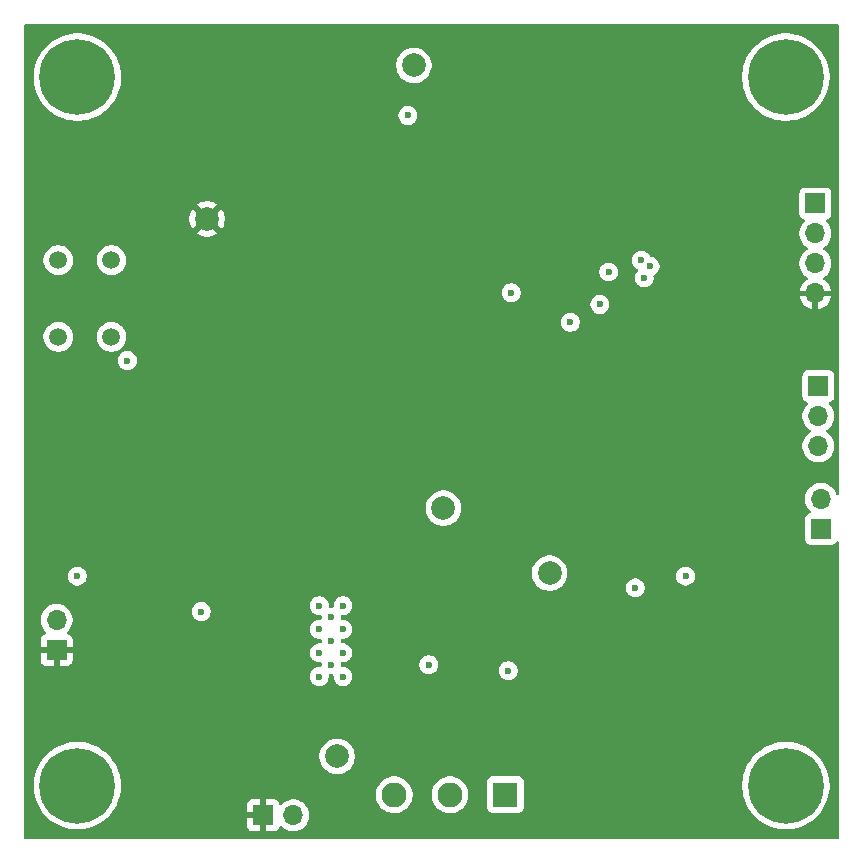
<source format=gbr>
%TF.GenerationSoftware,KiCad,Pcbnew,9.0.1*%
%TF.CreationDate,2025-04-02T11:20:44-04:00*%
%TF.ProjectId,Colossus_TI_rev_A,436f6c6f-7373-4757-935f-54495f726576,rev?*%
%TF.SameCoordinates,Original*%
%TF.FileFunction,Copper,L2,Inr*%
%TF.FilePolarity,Positive*%
%FSLAX46Y46*%
G04 Gerber Fmt 4.6, Leading zero omitted, Abs format (unit mm)*
G04 Created by KiCad (PCBNEW 9.0.1) date 2025-04-02 11:20:44*
%MOMM*%
%LPD*%
G01*
G04 APERTURE LIST*
%TA.AperFunction,ComponentPad*%
%ADD10R,1.700000X1.700000*%
%TD*%
%TA.AperFunction,ComponentPad*%
%ADD11O,1.700000X1.700000*%
%TD*%
%TA.AperFunction,ComponentPad*%
%ADD12C,2.000000*%
%TD*%
%TA.AperFunction,ComponentPad*%
%ADD13R,2.108200X2.108200*%
%TD*%
%TA.AperFunction,ComponentPad*%
%ADD14C,2.108200*%
%TD*%
%TA.AperFunction,ComponentPad*%
%ADD15C,0.800000*%
%TD*%
%TA.AperFunction,ComponentPad*%
%ADD16C,6.400000*%
%TD*%
%TA.AperFunction,ComponentPad*%
%ADD17C,1.507998*%
%TD*%
%TA.AperFunction,ViaPad*%
%ADD18C,0.600000*%
%TD*%
G04 APERTURE END LIST*
D10*
%TO.N,Vdd*%
%TO.C,J1*%
X117500000Y-65700000D03*
D11*
%TO.N,SWCLK*%
X117500000Y-68240000D03*
%TO.N,SWDIO*%
X117500000Y-70780000D03*
%TO.N,Vss*%
X117500000Y-73320000D03*
%TD*%
D10*
%TO.N,Vss*%
%TO.C,J5*%
X53250000Y-103499998D03*
D11*
%TO.N,Net-(J5-Pin_2)*%
X53250000Y-100959998D03*
%TD*%
D12*
%TO.N,Charge Amp In*%
%TO.C,MFCin*%
X77000000Y-112500000D03*
%TD*%
D13*
%TO.N,FMout*%
%TO.C,SW1*%
X91250000Y-115750000D03*
D14*
%TO.N,MFC IN*%
X86551000Y-115750000D03*
%TO.N,Charge Amp In*%
X81852000Y-115750000D03*
%TD*%
D15*
%TO.N,N/C*%
%TO.C,H2*%
X112600000Y-55000000D03*
X113302944Y-53302944D03*
X113302944Y-56697056D03*
X115000000Y-52600000D03*
D16*
X115000000Y-55000000D03*
D15*
X115000000Y-57400000D03*
X116697056Y-53302944D03*
X116697056Y-56697056D03*
X117400000Y-55000000D03*
%TD*%
D12*
%TO.N,Temp Read*%
%TO.C,Temp Read*%
X83500000Y-54000000D03*
%TD*%
D10*
%TO.N,PA2*%
%TO.C,J4*%
X117975000Y-93250000D03*
D11*
%TO.N,PA23*%
X117975000Y-90710000D03*
%TD*%
D12*
%TO.N,Strain Read*%
%TO.C,Charge Amp Out*%
X86000000Y-91500000D03*
%TD*%
D17*
%TO.N,Net-(C10-Pad2)*%
%TO.C,SW2*%
X57895100Y-70499999D03*
%TO.N,NRST*%
X57895100Y-77000001D03*
%TO.N,N/C*%
X53395099Y-70499999D03*
X53395099Y-77000001D03*
%TD*%
D15*
%TO.N,N/C*%
%TO.C,H3*%
X52600000Y-115000000D03*
X53302944Y-113302944D03*
X53302944Y-116697056D03*
X55000000Y-112600000D03*
D16*
X55000000Y-115000000D03*
D15*
X55000000Y-117400000D03*
X56697056Y-113302944D03*
X56697056Y-116697056D03*
X57400000Y-115000000D03*
%TD*%
D10*
%TO.N,Vss*%
%TO.C,J2*%
X70750000Y-117500000D03*
D11*
%TO.N,MFC IN*%
X73290000Y-117500000D03*
%TD*%
D15*
%TO.N,N/C*%
%TO.C,H4*%
X112600000Y-115000000D03*
X113302944Y-113302944D03*
X113302944Y-116697056D03*
X115000000Y-112600000D03*
D16*
X115000000Y-115000000D03*
D15*
X115000000Y-117400000D03*
X116697056Y-113302944D03*
X116697056Y-116697056D03*
X117400000Y-115000000D03*
%TD*%
D12*
%TO.N,FMout*%
%TO.C,FMout*%
X95000000Y-97000000D03*
%TD*%
D15*
%TO.N,N/C*%
%TO.C,H1*%
X52600000Y-55000000D03*
X53302944Y-53302944D03*
X53302944Y-56697056D03*
X55000000Y-52600000D03*
D16*
X55000000Y-55000000D03*
D15*
X55000000Y-57400000D03*
X56697056Y-53302944D03*
X56697056Y-56697056D03*
X57400000Y-55000000D03*
%TD*%
D12*
%TO.N,Vss*%
%TO.C,Example*%
X66000000Y-67000000D03*
%TD*%
D10*
%TO.N,A3*%
%TO.C,J3*%
X117750000Y-81170000D03*
D11*
%TO.N,A4*%
X117750000Y-83710000D03*
%TO.N,A5*%
X117750000Y-86250000D03*
%TD*%
D18*
%TO.N,Vss*%
X91750000Y-74750000D03*
X102750000Y-92500000D03*
X102750000Y-94250000D03*
X90750000Y-56250000D03*
X61500000Y-67000000D03*
X85830845Y-104055867D03*
X70750000Y-114750000D03*
X102750000Y-96000000D03*
X76250000Y-53750000D03*
X66750000Y-103500000D03*
X84500000Y-106750000D03*
X59750000Y-95250000D03*
X104000000Y-80500000D03*
X106500000Y-91500000D03*
%TO.N,Vdd*%
X77500000Y-105750000D03*
X91750000Y-73250000D03*
X77500000Y-103750000D03*
X76500000Y-100750000D03*
X75500000Y-101750000D03*
X83000000Y-58250000D03*
X106500000Y-97250000D03*
X75500000Y-105750000D03*
X75500000Y-99750000D03*
X59250000Y-79000000D03*
X84750000Y-104750000D03*
X76500000Y-104750000D03*
X65500000Y-100250000D03*
X102250000Y-98250000D03*
X76500000Y-102750000D03*
X75500000Y-103750000D03*
X55000000Y-97250000D03*
X77500000Y-99750000D03*
X77500000Y-101750000D03*
%TO.N,Strain Read*%
X102750000Y-70500000D03*
X91500000Y-105250000D03*
%TO.N,A4*%
X103000000Y-72000000D03*
%TO.N,A5*%
X100000000Y-71500000D03*
%TO.N,A3*%
X103500000Y-71000000D03*
%TO.N,PA2*%
X96750000Y-75750000D03*
%TO.N,PA23*%
X99250000Y-74250000D03*
%TD*%
%TA.AperFunction,Conductor*%
%TO.N,Vss*%
G36*
X119442539Y-50520185D02*
G01*
X119488294Y-50572989D01*
X119499500Y-50624500D01*
X119499500Y-90248715D01*
X119479815Y-90315754D01*
X119427011Y-90361509D01*
X119357853Y-90371453D01*
X119294297Y-90342428D01*
X119257569Y-90287033D01*
X119226557Y-90191588D01*
X119130051Y-90002184D01*
X119130049Y-90002181D01*
X119130048Y-90002179D01*
X119005109Y-89830213D01*
X118854786Y-89679890D01*
X118682820Y-89554951D01*
X118493414Y-89458444D01*
X118493413Y-89458443D01*
X118493412Y-89458443D01*
X118291243Y-89392754D01*
X118291241Y-89392753D01*
X118291240Y-89392753D01*
X118129957Y-89367208D01*
X118081287Y-89359500D01*
X117868713Y-89359500D01*
X117820042Y-89367208D01*
X117658760Y-89392753D01*
X117456585Y-89458444D01*
X117267179Y-89554951D01*
X117095213Y-89679890D01*
X116944890Y-89830213D01*
X116819951Y-90002179D01*
X116723444Y-90191585D01*
X116657753Y-90393760D01*
X116624500Y-90603713D01*
X116624500Y-90816287D01*
X116657754Y-91026243D01*
X116697520Y-91148631D01*
X116723444Y-91228414D01*
X116819951Y-91417820D01*
X116944890Y-91589786D01*
X117058430Y-91703326D01*
X117091915Y-91764649D01*
X117086931Y-91834341D01*
X117045059Y-91890274D01*
X117014083Y-91907189D01*
X116882669Y-91956203D01*
X116882664Y-91956206D01*
X116767455Y-92042452D01*
X116767452Y-92042455D01*
X116681206Y-92157664D01*
X116681202Y-92157671D01*
X116630908Y-92292517D01*
X116624501Y-92352116D01*
X116624500Y-92352135D01*
X116624500Y-94147870D01*
X116624501Y-94147876D01*
X116630908Y-94207483D01*
X116681202Y-94342328D01*
X116681206Y-94342335D01*
X116767452Y-94457544D01*
X116767455Y-94457547D01*
X116882664Y-94543793D01*
X116882671Y-94543797D01*
X117017517Y-94594091D01*
X117017516Y-94594091D01*
X117024444Y-94594835D01*
X117077127Y-94600500D01*
X118872872Y-94600499D01*
X118932483Y-94594091D01*
X119067331Y-94543796D01*
X119182546Y-94457546D01*
X119221392Y-94405655D01*
X119274112Y-94335231D01*
X119276145Y-94336753D01*
X119316063Y-94296828D01*
X119384335Y-94281970D01*
X119449801Y-94306381D01*
X119491678Y-94362311D01*
X119499500Y-94405655D01*
X119499500Y-119375500D01*
X119479815Y-119442539D01*
X119427011Y-119488294D01*
X119375500Y-119499500D01*
X50624500Y-119499500D01*
X50557461Y-119479815D01*
X50511706Y-119427011D01*
X50500500Y-119375500D01*
X50500500Y-114818209D01*
X51299500Y-114818209D01*
X51299500Y-115181790D01*
X51335137Y-115543630D01*
X51406064Y-115900212D01*
X51406067Y-115900223D01*
X51511614Y-116248165D01*
X51650754Y-116584078D01*
X51650756Y-116584083D01*
X51822140Y-116904720D01*
X51822151Y-116904738D01*
X52024140Y-117207035D01*
X52024150Y-117207049D01*
X52254807Y-117488106D01*
X52511893Y-117745192D01*
X52511898Y-117745196D01*
X52511899Y-117745197D01*
X52792956Y-117975854D01*
X53095268Y-118177853D01*
X53095277Y-118177858D01*
X53095279Y-118177859D01*
X53415916Y-118349243D01*
X53415918Y-118349243D01*
X53415924Y-118349247D01*
X53751836Y-118488386D01*
X54099767Y-118593930D01*
X54099773Y-118593931D01*
X54099776Y-118593932D01*
X54099787Y-118593935D01*
X54407030Y-118655048D01*
X54456369Y-118664862D01*
X54818206Y-118700500D01*
X54818209Y-118700500D01*
X55181791Y-118700500D01*
X55181794Y-118700500D01*
X55543631Y-118664862D01*
X55613045Y-118651054D01*
X55900212Y-118593935D01*
X55900223Y-118593932D01*
X55900223Y-118593931D01*
X55900233Y-118593930D01*
X56248164Y-118488386D01*
X56584076Y-118349247D01*
X56904732Y-118177853D01*
X57207044Y-117975854D01*
X57488101Y-117745197D01*
X57540305Y-117692993D01*
X57622342Y-117610957D01*
X57745192Y-117488106D01*
X57745197Y-117488101D01*
X57975854Y-117207044D01*
X58177853Y-116904732D01*
X58339584Y-116602155D01*
X69400000Y-116602155D01*
X69400000Y-117250000D01*
X70316988Y-117250000D01*
X70284075Y-117307007D01*
X70250000Y-117434174D01*
X70250000Y-117565826D01*
X70284075Y-117692993D01*
X70316988Y-117750000D01*
X69400000Y-117750000D01*
X69400000Y-118397844D01*
X69406401Y-118457372D01*
X69406403Y-118457379D01*
X69456645Y-118592086D01*
X69456649Y-118592093D01*
X69542809Y-118707187D01*
X69542812Y-118707190D01*
X69657906Y-118793350D01*
X69657913Y-118793354D01*
X69792620Y-118843596D01*
X69792627Y-118843598D01*
X69852155Y-118849999D01*
X69852172Y-118850000D01*
X70500000Y-118850000D01*
X70500000Y-117933012D01*
X70557007Y-117965925D01*
X70684174Y-118000000D01*
X70815826Y-118000000D01*
X70942993Y-117965925D01*
X71000000Y-117933012D01*
X71000000Y-118850000D01*
X71647828Y-118850000D01*
X71647844Y-118849999D01*
X71707372Y-118843598D01*
X71707379Y-118843596D01*
X71842086Y-118793354D01*
X71842093Y-118793350D01*
X71957187Y-118707190D01*
X71957190Y-118707187D01*
X72043350Y-118592093D01*
X72043354Y-118592086D01*
X72092422Y-118460529D01*
X72134293Y-118404595D01*
X72199757Y-118380178D01*
X72268030Y-118395030D01*
X72296285Y-118416181D01*
X72410213Y-118530109D01*
X72582179Y-118655048D01*
X72582181Y-118655049D01*
X72582184Y-118655051D01*
X72771588Y-118751557D01*
X72973757Y-118817246D01*
X73183713Y-118850500D01*
X73183714Y-118850500D01*
X73396286Y-118850500D01*
X73396287Y-118850500D01*
X73606243Y-118817246D01*
X73808412Y-118751557D01*
X73997816Y-118655051D01*
X74081940Y-118593932D01*
X74169786Y-118530109D01*
X74169788Y-118530106D01*
X74169792Y-118530104D01*
X74320104Y-118379792D01*
X74320106Y-118379788D01*
X74320109Y-118379786D01*
X74445048Y-118207820D01*
X74445047Y-118207820D01*
X74445051Y-118207816D01*
X74541557Y-118018412D01*
X74607246Y-117816243D01*
X74640500Y-117606287D01*
X74640500Y-117393713D01*
X74607246Y-117183757D01*
X74541557Y-116981588D01*
X74445051Y-116792184D01*
X74445049Y-116792181D01*
X74445048Y-116792179D01*
X74320109Y-116620213D01*
X74169786Y-116469890D01*
X73997820Y-116344951D01*
X73808414Y-116248444D01*
X73808413Y-116248443D01*
X73808412Y-116248443D01*
X73606243Y-116182754D01*
X73606241Y-116182753D01*
X73606240Y-116182753D01*
X73444957Y-116157208D01*
X73396287Y-116149500D01*
X73183713Y-116149500D01*
X73135042Y-116157208D01*
X72973760Y-116182753D01*
X72771585Y-116248444D01*
X72582179Y-116344951D01*
X72410215Y-116469889D01*
X72296285Y-116583819D01*
X72234962Y-116617303D01*
X72165270Y-116612319D01*
X72109337Y-116570447D01*
X72092422Y-116539470D01*
X72043354Y-116407913D01*
X72043350Y-116407906D01*
X71957190Y-116292812D01*
X71957187Y-116292809D01*
X71842093Y-116206649D01*
X71842086Y-116206645D01*
X71707379Y-116156403D01*
X71707372Y-116156401D01*
X71647844Y-116150000D01*
X71000000Y-116150000D01*
X71000000Y-117066988D01*
X70942993Y-117034075D01*
X70815826Y-117000000D01*
X70684174Y-117000000D01*
X70557007Y-117034075D01*
X70500000Y-117066988D01*
X70500000Y-116150000D01*
X69852155Y-116150000D01*
X69792627Y-116156401D01*
X69792620Y-116156403D01*
X69657913Y-116206645D01*
X69657906Y-116206649D01*
X69542812Y-116292809D01*
X69542809Y-116292812D01*
X69456649Y-116407906D01*
X69456645Y-116407913D01*
X69406403Y-116542620D01*
X69406401Y-116542627D01*
X69400000Y-116602155D01*
X58339584Y-116602155D01*
X58349247Y-116584076D01*
X58488386Y-116248164D01*
X58593930Y-115900233D01*
X58593932Y-115900223D01*
X58593935Y-115900212D01*
X58648150Y-115627650D01*
X80297400Y-115627650D01*
X80297400Y-115872349D01*
X80335680Y-116114037D01*
X80335680Y-116114040D01*
X80411294Y-116346756D01*
X80411296Y-116346759D01*
X80522387Y-116564788D01*
X80666218Y-116762754D01*
X80839246Y-116935782D01*
X81037212Y-117079613D01*
X81255241Y-117190704D01*
X81255243Y-117190705D01*
X81437736Y-117250000D01*
X81487964Y-117266320D01*
X81729650Y-117304600D01*
X81729651Y-117304600D01*
X81974349Y-117304600D01*
X81974350Y-117304600D01*
X82216036Y-117266320D01*
X82216039Y-117266319D01*
X82216040Y-117266319D01*
X82448756Y-117190705D01*
X82448756Y-117190704D01*
X82448759Y-117190704D01*
X82666788Y-117079613D01*
X82864754Y-116935782D01*
X83037782Y-116762754D01*
X83181613Y-116564788D01*
X83292704Y-116346759D01*
X83310233Y-116292809D01*
X83368319Y-116114040D01*
X83368319Y-116114039D01*
X83368320Y-116114036D01*
X83406600Y-115872350D01*
X83406600Y-115627650D01*
X84996400Y-115627650D01*
X84996400Y-115872349D01*
X85034680Y-116114037D01*
X85034680Y-116114040D01*
X85110294Y-116346756D01*
X85110296Y-116346759D01*
X85221387Y-116564788D01*
X85365218Y-116762754D01*
X85538246Y-116935782D01*
X85736212Y-117079613D01*
X85954241Y-117190704D01*
X85954243Y-117190705D01*
X86136736Y-117250000D01*
X86186964Y-117266320D01*
X86428650Y-117304600D01*
X86428651Y-117304600D01*
X86673349Y-117304600D01*
X86673350Y-117304600D01*
X86915036Y-117266320D01*
X86915039Y-117266319D01*
X86915040Y-117266319D01*
X87147756Y-117190705D01*
X87147756Y-117190704D01*
X87147759Y-117190704D01*
X87365788Y-117079613D01*
X87563754Y-116935782D01*
X87736782Y-116762754D01*
X87880613Y-116564788D01*
X87991704Y-116346759D01*
X88009233Y-116292809D01*
X88067319Y-116114040D01*
X88067319Y-116114039D01*
X88067320Y-116114036D01*
X88105600Y-115872350D01*
X88105600Y-115627650D01*
X88067320Y-115385964D01*
X88067319Y-115385960D01*
X88067319Y-115385959D01*
X87991705Y-115153243D01*
X87991703Y-115153240D01*
X87880612Y-114935211D01*
X87736782Y-114737246D01*
X87647571Y-114648035D01*
X89695400Y-114648035D01*
X89695400Y-116851970D01*
X89695401Y-116851976D01*
X89701808Y-116911583D01*
X89752102Y-117046428D01*
X89752106Y-117046435D01*
X89838352Y-117161644D01*
X89838355Y-117161647D01*
X89953564Y-117247893D01*
X89953571Y-117247897D01*
X90088417Y-117298191D01*
X90088416Y-117298191D01*
X90095344Y-117298935D01*
X90148027Y-117304600D01*
X92351972Y-117304599D01*
X92411583Y-117298191D01*
X92546431Y-117247896D01*
X92661646Y-117161646D01*
X92747896Y-117046431D01*
X92798191Y-116911583D01*
X92804600Y-116851973D01*
X92804599Y-114818209D01*
X111299500Y-114818209D01*
X111299500Y-115181790D01*
X111335137Y-115543630D01*
X111406064Y-115900212D01*
X111406067Y-115900223D01*
X111511614Y-116248165D01*
X111650754Y-116584078D01*
X111650756Y-116584083D01*
X111822140Y-116904720D01*
X111822151Y-116904738D01*
X112024140Y-117207035D01*
X112024150Y-117207049D01*
X112254807Y-117488106D01*
X112511893Y-117745192D01*
X112511898Y-117745196D01*
X112511899Y-117745197D01*
X112792956Y-117975854D01*
X113095268Y-118177853D01*
X113095277Y-118177858D01*
X113095279Y-118177859D01*
X113415916Y-118349243D01*
X113415918Y-118349243D01*
X113415924Y-118349247D01*
X113751836Y-118488386D01*
X114099767Y-118593930D01*
X114099773Y-118593931D01*
X114099776Y-118593932D01*
X114099787Y-118593935D01*
X114407030Y-118655048D01*
X114456369Y-118664862D01*
X114818206Y-118700500D01*
X114818209Y-118700500D01*
X115181791Y-118700500D01*
X115181794Y-118700500D01*
X115543631Y-118664862D01*
X115613045Y-118651054D01*
X115900212Y-118593935D01*
X115900223Y-118593932D01*
X115900223Y-118593931D01*
X115900233Y-118593930D01*
X116248164Y-118488386D01*
X116584076Y-118349247D01*
X116904732Y-118177853D01*
X117207044Y-117975854D01*
X117488101Y-117745197D01*
X117745197Y-117488101D01*
X117975854Y-117207044D01*
X118177853Y-116904732D01*
X118349247Y-116584076D01*
X118488386Y-116248164D01*
X118593930Y-115900233D01*
X118593932Y-115900223D01*
X118593935Y-115900212D01*
X118664862Y-115543630D01*
X118700500Y-115181790D01*
X118700500Y-114818209D01*
X118683739Y-114648035D01*
X118664862Y-114456369D01*
X118635608Y-114309296D01*
X118593935Y-114099787D01*
X118593932Y-114099776D01*
X118593931Y-114099773D01*
X118593930Y-114099767D01*
X118488386Y-113751836D01*
X118349247Y-113415924D01*
X118177853Y-113095268D01*
X117975854Y-112792956D01*
X117745197Y-112511899D01*
X117745196Y-112511898D01*
X117745192Y-112511893D01*
X117488106Y-112254807D01*
X117207049Y-112024150D01*
X117207048Y-112024149D01*
X117207044Y-112024146D01*
X116904732Y-111822147D01*
X116904727Y-111822144D01*
X116904720Y-111822140D01*
X116584083Y-111650756D01*
X116584078Y-111650754D01*
X116248165Y-111511614D01*
X115900223Y-111406067D01*
X115900212Y-111406064D01*
X115543630Y-111335137D01*
X115271111Y-111308296D01*
X115181794Y-111299500D01*
X114818206Y-111299500D01*
X114735679Y-111307628D01*
X114456369Y-111335137D01*
X114099787Y-111406064D01*
X114099776Y-111406067D01*
X113751834Y-111511614D01*
X113415921Y-111650754D01*
X113415916Y-111650756D01*
X113095279Y-111822140D01*
X113095261Y-111822151D01*
X112792964Y-112024140D01*
X112792950Y-112024150D01*
X112511893Y-112254807D01*
X112254807Y-112511893D01*
X112024150Y-112792950D01*
X112024140Y-112792964D01*
X111822151Y-113095261D01*
X111822140Y-113095279D01*
X111650756Y-113415916D01*
X111650754Y-113415921D01*
X111511614Y-113751834D01*
X111406067Y-114099776D01*
X111406064Y-114099787D01*
X111335137Y-114456369D01*
X111299500Y-114818209D01*
X92804599Y-114818209D01*
X92804599Y-114648028D01*
X92798191Y-114588417D01*
X92789165Y-114564218D01*
X92747897Y-114453571D01*
X92747893Y-114453564D01*
X92661647Y-114338355D01*
X92661644Y-114338352D01*
X92546435Y-114252106D01*
X92546428Y-114252102D01*
X92411582Y-114201808D01*
X92411583Y-114201808D01*
X92351983Y-114195401D01*
X92351981Y-114195400D01*
X92351973Y-114195400D01*
X92351964Y-114195400D01*
X90148029Y-114195400D01*
X90148023Y-114195401D01*
X90088416Y-114201808D01*
X89953571Y-114252102D01*
X89953564Y-114252106D01*
X89838355Y-114338352D01*
X89838352Y-114338355D01*
X89752106Y-114453564D01*
X89752102Y-114453571D01*
X89701808Y-114588417D01*
X89695401Y-114648016D01*
X89695401Y-114648023D01*
X89695400Y-114648035D01*
X87647571Y-114648035D01*
X87563754Y-114564218D01*
X87365788Y-114420387D01*
X87147759Y-114309296D01*
X87147756Y-114309294D01*
X86915038Y-114233680D01*
X86713814Y-114201809D01*
X86673350Y-114195400D01*
X86428650Y-114195400D01*
X86388186Y-114201809D01*
X86186962Y-114233680D01*
X86186959Y-114233680D01*
X85954243Y-114309294D01*
X85954240Y-114309296D01*
X85736211Y-114420387D01*
X85690538Y-114453571D01*
X85538246Y-114564218D01*
X85538244Y-114564220D01*
X85538243Y-114564220D01*
X85365220Y-114737243D01*
X85365220Y-114737244D01*
X85365218Y-114737246D01*
X85306397Y-114818206D01*
X85221387Y-114935211D01*
X85110296Y-115153240D01*
X85110294Y-115153243D01*
X85034680Y-115385959D01*
X85034680Y-115385962D01*
X84996400Y-115627650D01*
X83406600Y-115627650D01*
X83368320Y-115385964D01*
X83368319Y-115385960D01*
X83368319Y-115385959D01*
X83292705Y-115153243D01*
X83292703Y-115153240D01*
X83181612Y-114935211D01*
X83037782Y-114737246D01*
X82864754Y-114564218D01*
X82666788Y-114420387D01*
X82448759Y-114309296D01*
X82448756Y-114309294D01*
X82216038Y-114233680D01*
X82014814Y-114201809D01*
X81974350Y-114195400D01*
X81729650Y-114195400D01*
X81689186Y-114201809D01*
X81487962Y-114233680D01*
X81487959Y-114233680D01*
X81255243Y-114309294D01*
X81255240Y-114309296D01*
X81037211Y-114420387D01*
X80991538Y-114453571D01*
X80839246Y-114564218D01*
X80839244Y-114564220D01*
X80839243Y-114564220D01*
X80666220Y-114737243D01*
X80666220Y-114737244D01*
X80666218Y-114737246D01*
X80607397Y-114818206D01*
X80522387Y-114935211D01*
X80411296Y-115153240D01*
X80411294Y-115153243D01*
X80335680Y-115385959D01*
X80335680Y-115385962D01*
X80297400Y-115627650D01*
X58648150Y-115627650D01*
X58653931Y-115598587D01*
X58664862Y-115543630D01*
X58700500Y-115181790D01*
X58700500Y-114818209D01*
X58683739Y-114648035D01*
X58664862Y-114456369D01*
X58635608Y-114309296D01*
X58593935Y-114099787D01*
X58593932Y-114099776D01*
X58593931Y-114099773D01*
X58593930Y-114099767D01*
X58488386Y-113751836D01*
X58349247Y-113415924D01*
X58177853Y-113095268D01*
X57975854Y-112792956D01*
X57745197Y-112511899D01*
X57745196Y-112511898D01*
X57745192Y-112511893D01*
X57615201Y-112381902D01*
X75499500Y-112381902D01*
X75499500Y-112618097D01*
X75536446Y-112851368D01*
X75609433Y-113075996D01*
X75716657Y-113286433D01*
X75855483Y-113477510D01*
X76022490Y-113644517D01*
X76213567Y-113783343D01*
X76312991Y-113834002D01*
X76424003Y-113890566D01*
X76424005Y-113890566D01*
X76424008Y-113890568D01*
X76544412Y-113929689D01*
X76648631Y-113963553D01*
X76881903Y-114000500D01*
X76881908Y-114000500D01*
X77118097Y-114000500D01*
X77351368Y-113963553D01*
X77575992Y-113890568D01*
X77786433Y-113783343D01*
X77977510Y-113644517D01*
X78144517Y-113477510D01*
X78283343Y-113286433D01*
X78390568Y-113075992D01*
X78463553Y-112851368D01*
X78472803Y-112792964D01*
X78500500Y-112618097D01*
X78500500Y-112381902D01*
X78463553Y-112148631D01*
X78390566Y-111924003D01*
X78283342Y-111713566D01*
X78144517Y-111522490D01*
X77977510Y-111355483D01*
X77786433Y-111216657D01*
X77575996Y-111109433D01*
X77351368Y-111036446D01*
X77118097Y-110999500D01*
X77118092Y-110999500D01*
X76881908Y-110999500D01*
X76881903Y-110999500D01*
X76648631Y-111036446D01*
X76424003Y-111109433D01*
X76213566Y-111216657D01*
X76104550Y-111295862D01*
X76022490Y-111355483D01*
X76022488Y-111355485D01*
X76022487Y-111355485D01*
X75855485Y-111522487D01*
X75855485Y-111522488D01*
X75855483Y-111522490D01*
X75795862Y-111604550D01*
X75716657Y-111713566D01*
X75609433Y-111924003D01*
X75536446Y-112148631D01*
X75499500Y-112381902D01*
X57615201Y-112381902D01*
X57488106Y-112254807D01*
X57207049Y-112024150D01*
X57207048Y-112024149D01*
X57207044Y-112024146D01*
X56904732Y-111822147D01*
X56904727Y-111822144D01*
X56904720Y-111822140D01*
X56584083Y-111650756D01*
X56584078Y-111650754D01*
X56248165Y-111511614D01*
X55900223Y-111406067D01*
X55900212Y-111406064D01*
X55543630Y-111335137D01*
X55271111Y-111308296D01*
X55181794Y-111299500D01*
X54818206Y-111299500D01*
X54735679Y-111307628D01*
X54456369Y-111335137D01*
X54099787Y-111406064D01*
X54099776Y-111406067D01*
X53751834Y-111511614D01*
X53415921Y-111650754D01*
X53415916Y-111650756D01*
X53095279Y-111822140D01*
X53095261Y-111822151D01*
X52792964Y-112024140D01*
X52792950Y-112024150D01*
X52511893Y-112254807D01*
X52254807Y-112511893D01*
X52024150Y-112792950D01*
X52024140Y-112792964D01*
X51822151Y-113095261D01*
X51822140Y-113095279D01*
X51650756Y-113415916D01*
X51650754Y-113415921D01*
X51511614Y-113751834D01*
X51406067Y-114099776D01*
X51406064Y-114099787D01*
X51335137Y-114456369D01*
X51299500Y-114818209D01*
X50500500Y-114818209D01*
X50500500Y-100853711D01*
X51899500Y-100853711D01*
X51899500Y-101066284D01*
X51932753Y-101276237D01*
X51998444Y-101478412D01*
X52094951Y-101667818D01*
X52219890Y-101839784D01*
X52333818Y-101953712D01*
X52367303Y-102015035D01*
X52362319Y-102084727D01*
X52320447Y-102140660D01*
X52289471Y-102157575D01*
X52157912Y-102206644D01*
X52157906Y-102206647D01*
X52042812Y-102292807D01*
X52042809Y-102292810D01*
X51956649Y-102407904D01*
X51956645Y-102407911D01*
X51906403Y-102542618D01*
X51906401Y-102542625D01*
X51900000Y-102602153D01*
X51900000Y-103249998D01*
X52816988Y-103249998D01*
X52784075Y-103307005D01*
X52750000Y-103434172D01*
X52750000Y-103565824D01*
X52784075Y-103692991D01*
X52816988Y-103749998D01*
X51900000Y-103749998D01*
X51900000Y-104397842D01*
X51906401Y-104457370D01*
X51906403Y-104457377D01*
X51956645Y-104592084D01*
X51956649Y-104592091D01*
X52042809Y-104707185D01*
X52042812Y-104707188D01*
X52157906Y-104793348D01*
X52157913Y-104793352D01*
X52292620Y-104843594D01*
X52292627Y-104843596D01*
X52352155Y-104849997D01*
X52352172Y-104849998D01*
X53000000Y-104849998D01*
X53000000Y-103933010D01*
X53057007Y-103965923D01*
X53184174Y-103999998D01*
X53315826Y-103999998D01*
X53442993Y-103965923D01*
X53500000Y-103933010D01*
X53500000Y-104849998D01*
X54147828Y-104849998D01*
X54147844Y-104849997D01*
X54207372Y-104843596D01*
X54207379Y-104843594D01*
X54342086Y-104793352D01*
X54342093Y-104793348D01*
X54457187Y-104707188D01*
X54457190Y-104707185D01*
X54543350Y-104592091D01*
X54543354Y-104592084D01*
X54593596Y-104457377D01*
X54593598Y-104457370D01*
X54599999Y-104397842D01*
X54600000Y-104397825D01*
X54600000Y-103749998D01*
X53683012Y-103749998D01*
X53715925Y-103692991D01*
X53750000Y-103565824D01*
X53750000Y-103434172D01*
X53715925Y-103307005D01*
X53683012Y-103249998D01*
X54600000Y-103249998D01*
X54600000Y-102602170D01*
X54599999Y-102602153D01*
X54593598Y-102542625D01*
X54593596Y-102542618D01*
X54543354Y-102407911D01*
X54543350Y-102407904D01*
X54457190Y-102292810D01*
X54457187Y-102292807D01*
X54342093Y-102206647D01*
X54342088Y-102206644D01*
X54210528Y-102157575D01*
X54154595Y-102115703D01*
X54130178Y-102050239D01*
X54145030Y-101981966D01*
X54166175Y-101953718D01*
X54280104Y-101839790D01*
X54405051Y-101667814D01*
X54501557Y-101478410D01*
X54567246Y-101276241D01*
X54600500Y-101066285D01*
X54600500Y-100853711D01*
X54567246Y-100643755D01*
X54501557Y-100441586D01*
X54405051Y-100252182D01*
X54405049Y-100252179D01*
X54405048Y-100252177D01*
X54394715Y-100237954D01*
X54394712Y-100237952D01*
X54346180Y-100171153D01*
X64699500Y-100171153D01*
X64699500Y-100328846D01*
X64730261Y-100483489D01*
X64730264Y-100483501D01*
X64790602Y-100629172D01*
X64790609Y-100629185D01*
X64878210Y-100760288D01*
X64878213Y-100760292D01*
X64989707Y-100871786D01*
X64989711Y-100871789D01*
X65120814Y-100959390D01*
X65120827Y-100959397D01*
X65266498Y-101019735D01*
X65266503Y-101019737D01*
X65421153Y-101050499D01*
X65421156Y-101050500D01*
X65421158Y-101050500D01*
X65578844Y-101050500D01*
X65578845Y-101050499D01*
X65733497Y-101019737D01*
X65879179Y-100959394D01*
X66010289Y-100871789D01*
X66121789Y-100760289D01*
X66209394Y-100629179D01*
X66269737Y-100483497D01*
X66300500Y-100328842D01*
X66300500Y-100171158D01*
X66300500Y-100171155D01*
X66300499Y-100171153D01*
X66269738Y-100016510D01*
X66269737Y-100016503D01*
X66239903Y-99944477D01*
X66209397Y-99870827D01*
X66209390Y-99870814D01*
X66121790Y-99739712D01*
X66121784Y-99739705D01*
X66053232Y-99671153D01*
X74699500Y-99671153D01*
X74699500Y-99828846D01*
X74730261Y-99983489D01*
X74730264Y-99983501D01*
X74790602Y-100129172D01*
X74790609Y-100129185D01*
X74878210Y-100260288D01*
X74878213Y-100260292D01*
X74989707Y-100371786D01*
X74989711Y-100371789D01*
X75120814Y-100459390D01*
X75120827Y-100459397D01*
X75266498Y-100519735D01*
X75266503Y-100519737D01*
X75421153Y-100550499D01*
X75421156Y-100550500D01*
X75575500Y-100550500D01*
X75584185Y-100553050D01*
X75593147Y-100551762D01*
X75617187Y-100562740D01*
X75642539Y-100570185D01*
X75648466Y-100577025D01*
X75656703Y-100580787D01*
X75670992Y-100603021D01*
X75688294Y-100622989D01*
X75690581Y-100633503D01*
X75694477Y-100639565D01*
X75699500Y-100674500D01*
X75699500Y-100825500D01*
X75679815Y-100892539D01*
X75627011Y-100938294D01*
X75575500Y-100949500D01*
X75421155Y-100949500D01*
X75266510Y-100980261D01*
X75266498Y-100980264D01*
X75120827Y-101040602D01*
X75120814Y-101040609D01*
X74989711Y-101128210D01*
X74989707Y-101128213D01*
X74878213Y-101239707D01*
X74878210Y-101239711D01*
X74790609Y-101370814D01*
X74790602Y-101370827D01*
X74730264Y-101516498D01*
X74730261Y-101516510D01*
X74699500Y-101671153D01*
X74699500Y-101828846D01*
X74730261Y-101983489D01*
X74730264Y-101983501D01*
X74790602Y-102129172D01*
X74790609Y-102129185D01*
X74878210Y-102260288D01*
X74878213Y-102260292D01*
X74989707Y-102371786D01*
X74989711Y-102371789D01*
X75120814Y-102459390D01*
X75120827Y-102459397D01*
X75266498Y-102519735D01*
X75266503Y-102519737D01*
X75381533Y-102542618D01*
X75421153Y-102550499D01*
X75421156Y-102550500D01*
X75575500Y-102550500D01*
X75584185Y-102553050D01*
X75593147Y-102551762D01*
X75617187Y-102562740D01*
X75642539Y-102570185D01*
X75648466Y-102577025D01*
X75656703Y-102580787D01*
X75670992Y-102603021D01*
X75688294Y-102622989D01*
X75690581Y-102633503D01*
X75694477Y-102639565D01*
X75699500Y-102674500D01*
X75699500Y-102825500D01*
X75679815Y-102892539D01*
X75627011Y-102938294D01*
X75575500Y-102949500D01*
X75421155Y-102949500D01*
X75266510Y-102980261D01*
X75266498Y-102980264D01*
X75120827Y-103040602D01*
X75120814Y-103040609D01*
X74989711Y-103128210D01*
X74989707Y-103128213D01*
X74878213Y-103239707D01*
X74878210Y-103239711D01*
X74790609Y-103370814D01*
X74790602Y-103370827D01*
X74730264Y-103516498D01*
X74730261Y-103516510D01*
X74699500Y-103671153D01*
X74699500Y-103828846D01*
X74730261Y-103983489D01*
X74730264Y-103983501D01*
X74790602Y-104129172D01*
X74790609Y-104129185D01*
X74878210Y-104260288D01*
X74878213Y-104260292D01*
X74989707Y-104371786D01*
X74989711Y-104371789D01*
X75120814Y-104459390D01*
X75120827Y-104459397D01*
X75258683Y-104516498D01*
X75266503Y-104519737D01*
X75421153Y-104550499D01*
X75421156Y-104550500D01*
X75575500Y-104550500D01*
X75584185Y-104553050D01*
X75593147Y-104551762D01*
X75617187Y-104562740D01*
X75642539Y-104570185D01*
X75648466Y-104577025D01*
X75656703Y-104580787D01*
X75670992Y-104603021D01*
X75688294Y-104622989D01*
X75690581Y-104633503D01*
X75694477Y-104639565D01*
X75699500Y-104674500D01*
X75699500Y-104825500D01*
X75679815Y-104892539D01*
X75627011Y-104938294D01*
X75575500Y-104949500D01*
X75421155Y-104949500D01*
X75266510Y-104980261D01*
X75266498Y-104980264D01*
X75120827Y-105040602D01*
X75120814Y-105040609D01*
X74989711Y-105128210D01*
X74989707Y-105128213D01*
X74878213Y-105239707D01*
X74878210Y-105239711D01*
X74790609Y-105370814D01*
X74790602Y-105370827D01*
X74730264Y-105516498D01*
X74730261Y-105516510D01*
X74699500Y-105671153D01*
X74699500Y-105828846D01*
X74730261Y-105983489D01*
X74730264Y-105983501D01*
X74790602Y-106129172D01*
X74790609Y-106129185D01*
X74878210Y-106260288D01*
X74878213Y-106260292D01*
X74989707Y-106371786D01*
X74989711Y-106371789D01*
X75120814Y-106459390D01*
X75120827Y-106459397D01*
X75266498Y-106519735D01*
X75266503Y-106519737D01*
X75421153Y-106550499D01*
X75421156Y-106550500D01*
X75421158Y-106550500D01*
X75578844Y-106550500D01*
X75578845Y-106550499D01*
X75733497Y-106519737D01*
X75879179Y-106459394D01*
X76010289Y-106371789D01*
X76121789Y-106260289D01*
X76209394Y-106129179D01*
X76269737Y-105983497D01*
X76300500Y-105828842D01*
X76300500Y-105674500D01*
X76303050Y-105665814D01*
X76301762Y-105656853D01*
X76312740Y-105632812D01*
X76320185Y-105607461D01*
X76327025Y-105601533D01*
X76330787Y-105593297D01*
X76353021Y-105579007D01*
X76372989Y-105561706D01*
X76383503Y-105559418D01*
X76389565Y-105555523D01*
X76424500Y-105550500D01*
X76575500Y-105550500D01*
X76642539Y-105570185D01*
X76688294Y-105622989D01*
X76699500Y-105674500D01*
X76699500Y-105828846D01*
X76730261Y-105983489D01*
X76730264Y-105983501D01*
X76790602Y-106129172D01*
X76790609Y-106129185D01*
X76878210Y-106260288D01*
X76878213Y-106260292D01*
X76989707Y-106371786D01*
X76989711Y-106371789D01*
X77120814Y-106459390D01*
X77120827Y-106459397D01*
X77266498Y-106519735D01*
X77266503Y-106519737D01*
X77421153Y-106550499D01*
X77421156Y-106550500D01*
X77421158Y-106550500D01*
X77578844Y-106550500D01*
X77578845Y-106550499D01*
X77733497Y-106519737D01*
X77879179Y-106459394D01*
X78010289Y-106371789D01*
X78121789Y-106260289D01*
X78209394Y-106129179D01*
X78269737Y-105983497D01*
X78300500Y-105828842D01*
X78300500Y-105671158D01*
X78300500Y-105671155D01*
X78300499Y-105671153D01*
X78299437Y-105665814D01*
X78269737Y-105516503D01*
X78209794Y-105371786D01*
X78209397Y-105370827D01*
X78209390Y-105370814D01*
X78121789Y-105239711D01*
X78121786Y-105239707D01*
X78010292Y-105128213D01*
X78010288Y-105128210D01*
X77879185Y-105040609D01*
X77879172Y-105040602D01*
X77733501Y-104980264D01*
X77733489Y-104980261D01*
X77578845Y-104949500D01*
X77578842Y-104949500D01*
X77424500Y-104949500D01*
X77415814Y-104946949D01*
X77406853Y-104948238D01*
X77382812Y-104937259D01*
X77357461Y-104929815D01*
X77351533Y-104922974D01*
X77343297Y-104919213D01*
X77329007Y-104896978D01*
X77311706Y-104877011D01*
X77309418Y-104866496D01*
X77305523Y-104860435D01*
X77300500Y-104825500D01*
X77300500Y-104674500D01*
X77301483Y-104671153D01*
X83949500Y-104671153D01*
X83949500Y-104828846D01*
X83980261Y-104983489D01*
X83980264Y-104983501D01*
X84040602Y-105129172D01*
X84040609Y-105129185D01*
X84128210Y-105260288D01*
X84128213Y-105260292D01*
X84239707Y-105371786D01*
X84239711Y-105371789D01*
X84370814Y-105459390D01*
X84370827Y-105459397D01*
X84508683Y-105516498D01*
X84516503Y-105519737D01*
X84671153Y-105550499D01*
X84671156Y-105550500D01*
X84671158Y-105550500D01*
X84828844Y-105550500D01*
X84828845Y-105550499D01*
X84983497Y-105519737D01*
X85129179Y-105459394D01*
X85260289Y-105371789D01*
X85371789Y-105260289D01*
X85431348Y-105171153D01*
X90699500Y-105171153D01*
X90699500Y-105328846D01*
X90730261Y-105483489D01*
X90730264Y-105483501D01*
X90790602Y-105629172D01*
X90790609Y-105629185D01*
X90878210Y-105760288D01*
X90878213Y-105760292D01*
X90989707Y-105871786D01*
X90989711Y-105871789D01*
X91120814Y-105959390D01*
X91120827Y-105959397D01*
X91266498Y-106019735D01*
X91266503Y-106019737D01*
X91421153Y-106050499D01*
X91421156Y-106050500D01*
X91421158Y-106050500D01*
X91578844Y-106050500D01*
X91578845Y-106050499D01*
X91733497Y-106019737D01*
X91879179Y-105959394D01*
X92010289Y-105871789D01*
X92121789Y-105760289D01*
X92209394Y-105629179D01*
X92269737Y-105483497D01*
X92300500Y-105328842D01*
X92300500Y-105171158D01*
X92300500Y-105171155D01*
X92300499Y-105171153D01*
X92274531Y-105040606D01*
X92269737Y-105016503D01*
X92256062Y-104983489D01*
X92209397Y-104870827D01*
X92209390Y-104870814D01*
X92121789Y-104739711D01*
X92121786Y-104739707D01*
X92010292Y-104628213D01*
X92010288Y-104628210D01*
X91879185Y-104540609D01*
X91879172Y-104540602D01*
X91733501Y-104480264D01*
X91733489Y-104480261D01*
X91578845Y-104449500D01*
X91578842Y-104449500D01*
X91421158Y-104449500D01*
X91421155Y-104449500D01*
X91266510Y-104480261D01*
X91266498Y-104480264D01*
X91120827Y-104540602D01*
X91120814Y-104540609D01*
X90989711Y-104628210D01*
X90989707Y-104628213D01*
X90878213Y-104739707D01*
X90878210Y-104739711D01*
X90790609Y-104870814D01*
X90790602Y-104870827D01*
X90730264Y-105016498D01*
X90730261Y-105016510D01*
X90699500Y-105171153D01*
X85431348Y-105171153D01*
X85459394Y-105129179D01*
X85519737Y-104983497D01*
X85550500Y-104828842D01*
X85550500Y-104671158D01*
X85550500Y-104671155D01*
X85550499Y-104671153D01*
X85541957Y-104628210D01*
X85519737Y-104516503D01*
X85519735Y-104516498D01*
X85459397Y-104370827D01*
X85459390Y-104370814D01*
X85371789Y-104239711D01*
X85371786Y-104239707D01*
X85260292Y-104128213D01*
X85260288Y-104128210D01*
X85129185Y-104040609D01*
X85129172Y-104040602D01*
X84983501Y-103980264D01*
X84983489Y-103980261D01*
X84828845Y-103949500D01*
X84828842Y-103949500D01*
X84671158Y-103949500D01*
X84671155Y-103949500D01*
X84516510Y-103980261D01*
X84516498Y-103980264D01*
X84370827Y-104040602D01*
X84370814Y-104040609D01*
X84239711Y-104128210D01*
X84239707Y-104128213D01*
X84128213Y-104239707D01*
X84128210Y-104239711D01*
X84040609Y-104370814D01*
X84040602Y-104370827D01*
X83980264Y-104516498D01*
X83980261Y-104516510D01*
X83949500Y-104671153D01*
X77301483Y-104671153D01*
X77320185Y-104607461D01*
X77372989Y-104561706D01*
X77424500Y-104550500D01*
X77578844Y-104550500D01*
X77578845Y-104550499D01*
X77589179Y-104548443D01*
X77614287Y-104543450D01*
X77614292Y-104543449D01*
X77699800Y-104526439D01*
X77733497Y-104519737D01*
X77879179Y-104459394D01*
X78010289Y-104371789D01*
X78121789Y-104260289D01*
X78209394Y-104129179D01*
X78269737Y-103983497D01*
X78300500Y-103828842D01*
X78300500Y-103671158D01*
X78300500Y-103671155D01*
X78300499Y-103671153D01*
X78269737Y-103516503D01*
X78235635Y-103434172D01*
X78209397Y-103370827D01*
X78209390Y-103370814D01*
X78121789Y-103239711D01*
X78121786Y-103239707D01*
X78010292Y-103128213D01*
X78010288Y-103128210D01*
X77879185Y-103040609D01*
X77879172Y-103040602D01*
X77733501Y-102980264D01*
X77733489Y-102980261D01*
X77578845Y-102949500D01*
X77578842Y-102949500D01*
X77424500Y-102949500D01*
X77415814Y-102946949D01*
X77406853Y-102948238D01*
X77382812Y-102937259D01*
X77357461Y-102929815D01*
X77351533Y-102922974D01*
X77343297Y-102919213D01*
X77329007Y-102896978D01*
X77311706Y-102877011D01*
X77309418Y-102866496D01*
X77305523Y-102860435D01*
X77300500Y-102825500D01*
X77300500Y-102674500D01*
X77320185Y-102607461D01*
X77372989Y-102561706D01*
X77424500Y-102550500D01*
X77578844Y-102550500D01*
X77578845Y-102550499D01*
X77733497Y-102519737D01*
X77879179Y-102459394D01*
X78010289Y-102371789D01*
X78121789Y-102260289D01*
X78209394Y-102129179D01*
X78269737Y-101983497D01*
X78300500Y-101828842D01*
X78300500Y-101671158D01*
X78300500Y-101671155D01*
X78300499Y-101671153D01*
X78269738Y-101516510D01*
X78269737Y-101516503D01*
X78253959Y-101478412D01*
X78209397Y-101370827D01*
X78209390Y-101370814D01*
X78121789Y-101239711D01*
X78121786Y-101239707D01*
X78010292Y-101128213D01*
X78010288Y-101128210D01*
X77879185Y-101040609D01*
X77879172Y-101040602D01*
X77733501Y-100980264D01*
X77733489Y-100980261D01*
X77578845Y-100949500D01*
X77578842Y-100949500D01*
X77424500Y-100949500D01*
X77415814Y-100946949D01*
X77406853Y-100948238D01*
X77382812Y-100937259D01*
X77357461Y-100929815D01*
X77351533Y-100922974D01*
X77343297Y-100919213D01*
X77329007Y-100896978D01*
X77311706Y-100877011D01*
X77309418Y-100866496D01*
X77305523Y-100860435D01*
X77300500Y-100825500D01*
X77300500Y-100674500D01*
X77320185Y-100607461D01*
X77372989Y-100561706D01*
X77424500Y-100550500D01*
X77578844Y-100550500D01*
X77578845Y-100550499D01*
X77733497Y-100519737D01*
X77879179Y-100459394D01*
X78010289Y-100371789D01*
X78121789Y-100260289D01*
X78209394Y-100129179D01*
X78269737Y-99983497D01*
X78300500Y-99828842D01*
X78300500Y-99671158D01*
X78300500Y-99671155D01*
X78300499Y-99671153D01*
X78274531Y-99540606D01*
X78269737Y-99516503D01*
X78269735Y-99516498D01*
X78209397Y-99370827D01*
X78209390Y-99370814D01*
X78121789Y-99239711D01*
X78121786Y-99239707D01*
X78010292Y-99128213D01*
X78010288Y-99128210D01*
X77879185Y-99040609D01*
X77879172Y-99040602D01*
X77733501Y-98980264D01*
X77733489Y-98980261D01*
X77578845Y-98949500D01*
X77578842Y-98949500D01*
X77421158Y-98949500D01*
X77421155Y-98949500D01*
X77266510Y-98980261D01*
X77266498Y-98980264D01*
X77120827Y-99040602D01*
X77120814Y-99040609D01*
X76989711Y-99128210D01*
X76989707Y-99128213D01*
X76878213Y-99239707D01*
X76878210Y-99239711D01*
X76790609Y-99370814D01*
X76790602Y-99370827D01*
X76730264Y-99516498D01*
X76730261Y-99516510D01*
X76699500Y-99671153D01*
X76699500Y-99825500D01*
X76696949Y-99834185D01*
X76698238Y-99843147D01*
X76687259Y-99867187D01*
X76679815Y-99892539D01*
X76672974Y-99898466D01*
X76669213Y-99906703D01*
X76646978Y-99920992D01*
X76627011Y-99938294D01*
X76616496Y-99940581D01*
X76610435Y-99944477D01*
X76575500Y-99949500D01*
X76424500Y-99949500D01*
X76357461Y-99929815D01*
X76311706Y-99877011D01*
X76300500Y-99825500D01*
X76300500Y-99671155D01*
X76300499Y-99671153D01*
X76274531Y-99540606D01*
X76269737Y-99516503D01*
X76269735Y-99516498D01*
X76209397Y-99370827D01*
X76209390Y-99370814D01*
X76121789Y-99239711D01*
X76121786Y-99239707D01*
X76010292Y-99128213D01*
X76010288Y-99128210D01*
X75879185Y-99040609D01*
X75879172Y-99040602D01*
X75733501Y-98980264D01*
X75733489Y-98980261D01*
X75578845Y-98949500D01*
X75578842Y-98949500D01*
X75421158Y-98949500D01*
X75421155Y-98949500D01*
X75266510Y-98980261D01*
X75266498Y-98980264D01*
X75120827Y-99040602D01*
X75120814Y-99040609D01*
X74989711Y-99128210D01*
X74989707Y-99128213D01*
X74878213Y-99239707D01*
X74878210Y-99239711D01*
X74790609Y-99370814D01*
X74790602Y-99370827D01*
X74730264Y-99516498D01*
X74730261Y-99516510D01*
X74699500Y-99671153D01*
X66053232Y-99671153D01*
X66010292Y-99628213D01*
X66010288Y-99628210D01*
X65879185Y-99540609D01*
X65879172Y-99540602D01*
X65733501Y-99480264D01*
X65733489Y-99480261D01*
X65578845Y-99449500D01*
X65578842Y-99449500D01*
X65421158Y-99449500D01*
X65421155Y-99449500D01*
X65266510Y-99480261D01*
X65266498Y-99480264D01*
X65120827Y-99540602D01*
X65120814Y-99540609D01*
X64989711Y-99628210D01*
X64989707Y-99628213D01*
X64878213Y-99739707D01*
X64878210Y-99739711D01*
X64790609Y-99870814D01*
X64790602Y-99870827D01*
X64730264Y-100016498D01*
X64730261Y-100016510D01*
X64699500Y-100171153D01*
X54346180Y-100171153D01*
X54280104Y-100080206D01*
X54129792Y-99929894D01*
X54129786Y-99929888D01*
X53957820Y-99804949D01*
X53768414Y-99708442D01*
X53768413Y-99708441D01*
X53768412Y-99708441D01*
X53566243Y-99642752D01*
X53566241Y-99642751D01*
X53566240Y-99642751D01*
X53404957Y-99617206D01*
X53356287Y-99609498D01*
X53143713Y-99609498D01*
X53095042Y-99617206D01*
X52933760Y-99642751D01*
X52731585Y-99708442D01*
X52542179Y-99804949D01*
X52370213Y-99929888D01*
X52219890Y-100080211D01*
X52094951Y-100252177D01*
X51998444Y-100441583D01*
X51932753Y-100643758D01*
X51899500Y-100853711D01*
X50500500Y-100853711D01*
X50500500Y-97171153D01*
X54199500Y-97171153D01*
X54199500Y-97328846D01*
X54230261Y-97483489D01*
X54230264Y-97483501D01*
X54290602Y-97629172D01*
X54290609Y-97629185D01*
X54378210Y-97760288D01*
X54378213Y-97760292D01*
X54489707Y-97871786D01*
X54489711Y-97871789D01*
X54620814Y-97959390D01*
X54620827Y-97959397D01*
X54758683Y-98016498D01*
X54766503Y-98019737D01*
X54921153Y-98050499D01*
X54921156Y-98050500D01*
X54921158Y-98050500D01*
X55078844Y-98050500D01*
X55078845Y-98050499D01*
X55233497Y-98019737D01*
X55379179Y-97959394D01*
X55510289Y-97871789D01*
X55621789Y-97760289D01*
X55709394Y-97629179D01*
X55769737Y-97483497D01*
X55800500Y-97328842D01*
X55800500Y-97171158D01*
X55800500Y-97171155D01*
X55800499Y-97171153D01*
X55769738Y-97016510D01*
X55769737Y-97016503D01*
X55769735Y-97016498D01*
X55731624Y-96924488D01*
X55713984Y-96881902D01*
X93499500Y-96881902D01*
X93499500Y-97118097D01*
X93536446Y-97351368D01*
X93609433Y-97575996D01*
X93716657Y-97786433D01*
X93855483Y-97977510D01*
X94022490Y-98144517D01*
X94213567Y-98283343D01*
X94302864Y-98328842D01*
X94424003Y-98390566D01*
X94424005Y-98390566D01*
X94424008Y-98390568D01*
X94544412Y-98429689D01*
X94648631Y-98463553D01*
X94881903Y-98500500D01*
X94881908Y-98500500D01*
X95118097Y-98500500D01*
X95351368Y-98463553D01*
X95575992Y-98390568D01*
X95786433Y-98283343D01*
X95940849Y-98171153D01*
X101449500Y-98171153D01*
X101449500Y-98328846D01*
X101480261Y-98483489D01*
X101480264Y-98483501D01*
X101540602Y-98629172D01*
X101540609Y-98629185D01*
X101628210Y-98760288D01*
X101628213Y-98760292D01*
X101739707Y-98871786D01*
X101739711Y-98871789D01*
X101870814Y-98959390D01*
X101870827Y-98959397D01*
X102016498Y-99019735D01*
X102016503Y-99019737D01*
X102171153Y-99050499D01*
X102171156Y-99050500D01*
X102171158Y-99050500D01*
X102328844Y-99050500D01*
X102328845Y-99050499D01*
X102483497Y-99019737D01*
X102629179Y-98959394D01*
X102760289Y-98871789D01*
X102871789Y-98760289D01*
X102959394Y-98629179D01*
X103019737Y-98483497D01*
X103050500Y-98328842D01*
X103050500Y-98171158D01*
X103050500Y-98171155D01*
X103050499Y-98171153D01*
X103019738Y-98016510D01*
X103019737Y-98016503D01*
X102959794Y-97871786D01*
X102959397Y-97870827D01*
X102959390Y-97870814D01*
X102871789Y-97739711D01*
X102871786Y-97739707D01*
X102760292Y-97628213D01*
X102760288Y-97628210D01*
X102629185Y-97540609D01*
X102629172Y-97540602D01*
X102483501Y-97480264D01*
X102483489Y-97480261D01*
X102328845Y-97449500D01*
X102328842Y-97449500D01*
X102171158Y-97449500D01*
X102171155Y-97449500D01*
X102016510Y-97480261D01*
X102016498Y-97480264D01*
X101870827Y-97540602D01*
X101870814Y-97540609D01*
X101739711Y-97628210D01*
X101739707Y-97628213D01*
X101628213Y-97739707D01*
X101628210Y-97739711D01*
X101540609Y-97870814D01*
X101540602Y-97870827D01*
X101480264Y-98016498D01*
X101480261Y-98016510D01*
X101449500Y-98171153D01*
X95940849Y-98171153D01*
X95977510Y-98144517D01*
X96144517Y-97977510D01*
X96283343Y-97786433D01*
X96390568Y-97575992D01*
X96463553Y-97351368D01*
X96467121Y-97328842D01*
X96492097Y-97171153D01*
X105699500Y-97171153D01*
X105699500Y-97328846D01*
X105730261Y-97483489D01*
X105730264Y-97483501D01*
X105790602Y-97629172D01*
X105790609Y-97629185D01*
X105878210Y-97760288D01*
X105878213Y-97760292D01*
X105989707Y-97871786D01*
X105989711Y-97871789D01*
X106120814Y-97959390D01*
X106120827Y-97959397D01*
X106258683Y-98016498D01*
X106266503Y-98019737D01*
X106421153Y-98050499D01*
X106421156Y-98050500D01*
X106421158Y-98050500D01*
X106578844Y-98050500D01*
X106578845Y-98050499D01*
X106733497Y-98019737D01*
X106879179Y-97959394D01*
X107010289Y-97871789D01*
X107121789Y-97760289D01*
X107209394Y-97629179D01*
X107269737Y-97483497D01*
X107300500Y-97328842D01*
X107300500Y-97171158D01*
X107300500Y-97171155D01*
X107300499Y-97171153D01*
X107269738Y-97016510D01*
X107269737Y-97016503D01*
X107269735Y-97016498D01*
X107209397Y-96870827D01*
X107209390Y-96870814D01*
X107121789Y-96739711D01*
X107121786Y-96739707D01*
X107010292Y-96628213D01*
X107010288Y-96628210D01*
X106879185Y-96540609D01*
X106879172Y-96540602D01*
X106733501Y-96480264D01*
X106733489Y-96480261D01*
X106578845Y-96449500D01*
X106578842Y-96449500D01*
X106421158Y-96449500D01*
X106421155Y-96449500D01*
X106266510Y-96480261D01*
X106266498Y-96480264D01*
X106120827Y-96540602D01*
X106120814Y-96540609D01*
X105989711Y-96628210D01*
X105989707Y-96628213D01*
X105878213Y-96739707D01*
X105878210Y-96739711D01*
X105790609Y-96870814D01*
X105790602Y-96870827D01*
X105730264Y-97016498D01*
X105730261Y-97016510D01*
X105699500Y-97171153D01*
X96492097Y-97171153D01*
X96496133Y-97145668D01*
X96496133Y-97145667D01*
X96500500Y-97118096D01*
X96500500Y-96881902D01*
X96463553Y-96648631D01*
X96390566Y-96424003D01*
X96283342Y-96213566D01*
X96144517Y-96022490D01*
X95977510Y-95855483D01*
X95786433Y-95716657D01*
X95575996Y-95609433D01*
X95351368Y-95536446D01*
X95118097Y-95499500D01*
X95118092Y-95499500D01*
X94881908Y-95499500D01*
X94881903Y-95499500D01*
X94648631Y-95536446D01*
X94424003Y-95609433D01*
X94213566Y-95716657D01*
X94104550Y-95795862D01*
X94022490Y-95855483D01*
X94022488Y-95855485D01*
X94022487Y-95855485D01*
X93855485Y-96022487D01*
X93855485Y-96022488D01*
X93855483Y-96022490D01*
X93795862Y-96104550D01*
X93716657Y-96213566D01*
X93609433Y-96424003D01*
X93536446Y-96648631D01*
X93499500Y-96881902D01*
X55713984Y-96881902D01*
X55709397Y-96870827D01*
X55709390Y-96870814D01*
X55621789Y-96739711D01*
X55621786Y-96739707D01*
X55510292Y-96628213D01*
X55510288Y-96628210D01*
X55379185Y-96540609D01*
X55379172Y-96540602D01*
X55233501Y-96480264D01*
X55233489Y-96480261D01*
X55078845Y-96449500D01*
X55078842Y-96449500D01*
X54921158Y-96449500D01*
X54921155Y-96449500D01*
X54766510Y-96480261D01*
X54766498Y-96480264D01*
X54620827Y-96540602D01*
X54620814Y-96540609D01*
X54489711Y-96628210D01*
X54489707Y-96628213D01*
X54378213Y-96739707D01*
X54378210Y-96739711D01*
X54290609Y-96870814D01*
X54290602Y-96870827D01*
X54230264Y-97016498D01*
X54230261Y-97016510D01*
X54199500Y-97171153D01*
X50500500Y-97171153D01*
X50500500Y-91381902D01*
X84499500Y-91381902D01*
X84499500Y-91618097D01*
X84536446Y-91851368D01*
X84609433Y-92075996D01*
X84676254Y-92207138D01*
X84716657Y-92286433D01*
X84855483Y-92477510D01*
X85022490Y-92644517D01*
X85213567Y-92783343D01*
X85312991Y-92834002D01*
X85424003Y-92890566D01*
X85424005Y-92890566D01*
X85424008Y-92890568D01*
X85544412Y-92929689D01*
X85648631Y-92963553D01*
X85881903Y-93000500D01*
X85881908Y-93000500D01*
X86118097Y-93000500D01*
X86351368Y-92963553D01*
X86575992Y-92890568D01*
X86786433Y-92783343D01*
X86977510Y-92644517D01*
X87144517Y-92477510D01*
X87283343Y-92286433D01*
X87390568Y-92075992D01*
X87463553Y-91851368D01*
X87477288Y-91764649D01*
X87500500Y-91618097D01*
X87500500Y-91381902D01*
X87463553Y-91148631D01*
X87390566Y-90924003D01*
X87283342Y-90713566D01*
X87144517Y-90522490D01*
X86977510Y-90355483D01*
X86786433Y-90216657D01*
X86575996Y-90109433D01*
X86351368Y-90036446D01*
X86118097Y-89999500D01*
X86118092Y-89999500D01*
X85881908Y-89999500D01*
X85881903Y-89999500D01*
X85648631Y-90036446D01*
X85424003Y-90109433D01*
X85213566Y-90216657D01*
X85116703Y-90287033D01*
X85022490Y-90355483D01*
X85022488Y-90355485D01*
X85022487Y-90355485D01*
X84855485Y-90522487D01*
X84855485Y-90522488D01*
X84855483Y-90522490D01*
X84796471Y-90603713D01*
X84716657Y-90713566D01*
X84609433Y-90924003D01*
X84536446Y-91148631D01*
X84499500Y-91381902D01*
X50500500Y-91381902D01*
X50500500Y-80272135D01*
X116399500Y-80272135D01*
X116399500Y-82067870D01*
X116399501Y-82067876D01*
X116405908Y-82127483D01*
X116456202Y-82262328D01*
X116456206Y-82262335D01*
X116542452Y-82377544D01*
X116542455Y-82377547D01*
X116657664Y-82463793D01*
X116657671Y-82463797D01*
X116789082Y-82512810D01*
X116845016Y-82554681D01*
X116869433Y-82620145D01*
X116854582Y-82688418D01*
X116833431Y-82716673D01*
X116719889Y-82830215D01*
X116594951Y-83002179D01*
X116498444Y-83191585D01*
X116432753Y-83393760D01*
X116399500Y-83603713D01*
X116399500Y-83816286D01*
X116432753Y-84026239D01*
X116498444Y-84228414D01*
X116594951Y-84417820D01*
X116719890Y-84589786D01*
X116870213Y-84740109D01*
X117042182Y-84865050D01*
X117050946Y-84869516D01*
X117101742Y-84917491D01*
X117118536Y-84985312D01*
X117095998Y-85051447D01*
X117050946Y-85090484D01*
X117042182Y-85094949D01*
X116870213Y-85219890D01*
X116719890Y-85370213D01*
X116594951Y-85542179D01*
X116498444Y-85731585D01*
X116432753Y-85933760D01*
X116399500Y-86143713D01*
X116399500Y-86356286D01*
X116432753Y-86566239D01*
X116498444Y-86768414D01*
X116594951Y-86957820D01*
X116719890Y-87129786D01*
X116870213Y-87280109D01*
X117042179Y-87405048D01*
X117042181Y-87405049D01*
X117042184Y-87405051D01*
X117231588Y-87501557D01*
X117433757Y-87567246D01*
X117643713Y-87600500D01*
X117643714Y-87600500D01*
X117856286Y-87600500D01*
X117856287Y-87600500D01*
X118066243Y-87567246D01*
X118268412Y-87501557D01*
X118457816Y-87405051D01*
X118479789Y-87389086D01*
X118629786Y-87280109D01*
X118629788Y-87280106D01*
X118629792Y-87280104D01*
X118780104Y-87129792D01*
X118780106Y-87129788D01*
X118780109Y-87129786D01*
X118905048Y-86957820D01*
X118905047Y-86957820D01*
X118905051Y-86957816D01*
X119001557Y-86768412D01*
X119067246Y-86566243D01*
X119100500Y-86356287D01*
X119100500Y-86143713D01*
X119067246Y-85933757D01*
X119001557Y-85731588D01*
X118905051Y-85542184D01*
X118905049Y-85542181D01*
X118905048Y-85542179D01*
X118780109Y-85370213D01*
X118629786Y-85219890D01*
X118457820Y-85094951D01*
X118457115Y-85094591D01*
X118449054Y-85090485D01*
X118398259Y-85042512D01*
X118381463Y-84974692D01*
X118403999Y-84908556D01*
X118449054Y-84869515D01*
X118457816Y-84865051D01*
X118479789Y-84849086D01*
X118629786Y-84740109D01*
X118629788Y-84740106D01*
X118629792Y-84740104D01*
X118780104Y-84589792D01*
X118780106Y-84589788D01*
X118780109Y-84589786D01*
X118905048Y-84417820D01*
X118905047Y-84417820D01*
X118905051Y-84417816D01*
X119001557Y-84228412D01*
X119067246Y-84026243D01*
X119100500Y-83816287D01*
X119100500Y-83603713D01*
X119067246Y-83393757D01*
X119001557Y-83191588D01*
X118905051Y-83002184D01*
X118905049Y-83002181D01*
X118905048Y-83002179D01*
X118780109Y-82830213D01*
X118666569Y-82716673D01*
X118633084Y-82655350D01*
X118638068Y-82585658D01*
X118679940Y-82529725D01*
X118710915Y-82512810D01*
X118842331Y-82463796D01*
X118957546Y-82377546D01*
X119043796Y-82262331D01*
X119094091Y-82127483D01*
X119100500Y-82067873D01*
X119100499Y-80272128D01*
X119094091Y-80212517D01*
X119043796Y-80077669D01*
X119043795Y-80077668D01*
X119043793Y-80077664D01*
X118957547Y-79962455D01*
X118957544Y-79962452D01*
X118842335Y-79876206D01*
X118842328Y-79876202D01*
X118707482Y-79825908D01*
X118707483Y-79825908D01*
X118647883Y-79819501D01*
X118647881Y-79819500D01*
X118647873Y-79819500D01*
X118647864Y-79819500D01*
X116852129Y-79819500D01*
X116852123Y-79819501D01*
X116792516Y-79825908D01*
X116657671Y-79876202D01*
X116657664Y-79876206D01*
X116542455Y-79962452D01*
X116542452Y-79962455D01*
X116456206Y-80077664D01*
X116456202Y-80077671D01*
X116405908Y-80212517D01*
X116399501Y-80272116D01*
X116399501Y-80272123D01*
X116399500Y-80272135D01*
X50500500Y-80272135D01*
X50500500Y-78921153D01*
X58449500Y-78921153D01*
X58449500Y-79078846D01*
X58480261Y-79233489D01*
X58480264Y-79233501D01*
X58540602Y-79379172D01*
X58540609Y-79379185D01*
X58628210Y-79510288D01*
X58628213Y-79510292D01*
X58739707Y-79621786D01*
X58739711Y-79621789D01*
X58870814Y-79709390D01*
X58870827Y-79709397D01*
X59016498Y-79769735D01*
X59016503Y-79769737D01*
X59171153Y-79800499D01*
X59171156Y-79800500D01*
X59171158Y-79800500D01*
X59328844Y-79800500D01*
X59328845Y-79800499D01*
X59483497Y-79769737D01*
X59629179Y-79709394D01*
X59760289Y-79621789D01*
X59871789Y-79510289D01*
X59959394Y-79379179D01*
X60019737Y-79233497D01*
X60050500Y-79078842D01*
X60050500Y-78921158D01*
X60050500Y-78921155D01*
X60050499Y-78921153D01*
X60019738Y-78766510D01*
X60019737Y-78766503D01*
X60019735Y-78766498D01*
X59959397Y-78620827D01*
X59959390Y-78620814D01*
X59871789Y-78489711D01*
X59871786Y-78489707D01*
X59760292Y-78378213D01*
X59760288Y-78378210D01*
X59629185Y-78290609D01*
X59629172Y-78290602D01*
X59483501Y-78230264D01*
X59483489Y-78230261D01*
X59328845Y-78199500D01*
X59328842Y-78199500D01*
X59171158Y-78199500D01*
X59171155Y-78199500D01*
X59016510Y-78230261D01*
X59016498Y-78230264D01*
X58870827Y-78290602D01*
X58870814Y-78290609D01*
X58739711Y-78378210D01*
X58739707Y-78378213D01*
X58628213Y-78489707D01*
X58628210Y-78489711D01*
X58540609Y-78620814D01*
X58540602Y-78620827D01*
X58480264Y-78766498D01*
X58480261Y-78766510D01*
X58449500Y-78921153D01*
X50500500Y-78921153D01*
X50500500Y-76901264D01*
X52140600Y-76901264D01*
X52140600Y-77098737D01*
X52171489Y-77293764D01*
X52232510Y-77481565D01*
X52322155Y-77657502D01*
X52438221Y-77817252D01*
X52577848Y-77956879D01*
X52737598Y-78072945D01*
X52820723Y-78115299D01*
X52913534Y-78162589D01*
X52913536Y-78162589D01*
X52913539Y-78162591D01*
X53014202Y-78195298D01*
X53101335Y-78223610D01*
X53296363Y-78254500D01*
X53296368Y-78254500D01*
X53493835Y-78254500D01*
X53688862Y-78223610D01*
X53876659Y-78162591D01*
X54052600Y-78072945D01*
X54212350Y-77956879D01*
X54351977Y-77817252D01*
X54468043Y-77657502D01*
X54557689Y-77481561D01*
X54618708Y-77293764D01*
X54649598Y-77098737D01*
X54649598Y-76901264D01*
X56640601Y-76901264D01*
X56640601Y-77098737D01*
X56671490Y-77293764D01*
X56732511Y-77481565D01*
X56822156Y-77657502D01*
X56938222Y-77817252D01*
X57077849Y-77956879D01*
X57237599Y-78072945D01*
X57320724Y-78115299D01*
X57413535Y-78162589D01*
X57413537Y-78162589D01*
X57413540Y-78162591D01*
X57514203Y-78195298D01*
X57601336Y-78223610D01*
X57796364Y-78254500D01*
X57796369Y-78254500D01*
X57993836Y-78254500D01*
X58188863Y-78223610D01*
X58376660Y-78162591D01*
X58552601Y-78072945D01*
X58712351Y-77956879D01*
X58851978Y-77817252D01*
X58968044Y-77657502D01*
X59057690Y-77481561D01*
X59118709Y-77293764D01*
X59149599Y-77098737D01*
X59149599Y-76901264D01*
X59118709Y-76706237D01*
X59090397Y-76619104D01*
X59057690Y-76518441D01*
X59057688Y-76518438D01*
X59057688Y-76518436D01*
X58968043Y-76342499D01*
X58908316Y-76260292D01*
X58851978Y-76182750D01*
X58712351Y-76043123D01*
X58552601Y-75927057D01*
X58376664Y-75837412D01*
X58209192Y-75782997D01*
X58209191Y-75782996D01*
X58188865Y-75776392D01*
X57993836Y-75745502D01*
X57993831Y-75745502D01*
X57796369Y-75745502D01*
X57796364Y-75745502D01*
X57601336Y-75776391D01*
X57413535Y-75837412D01*
X57237598Y-75927057D01*
X57077847Y-76043124D01*
X56938223Y-76182748D01*
X56822156Y-76342499D01*
X56732511Y-76518436D01*
X56671490Y-76706237D01*
X56640601Y-76901264D01*
X54649598Y-76901264D01*
X54618708Y-76706237D01*
X54590396Y-76619104D01*
X54557689Y-76518441D01*
X54557687Y-76518438D01*
X54557687Y-76518436D01*
X54468042Y-76342499D01*
X54408315Y-76260292D01*
X54351977Y-76182750D01*
X54212350Y-76043123D01*
X54052600Y-75927057D01*
X53876663Y-75837412D01*
X53688862Y-75776391D01*
X53493835Y-75745502D01*
X53493830Y-75745502D01*
X53296368Y-75745502D01*
X53296363Y-75745502D01*
X53101335Y-75776391D01*
X52913534Y-75837412D01*
X52737597Y-75927057D01*
X52577846Y-76043124D01*
X52438222Y-76182748D01*
X52322155Y-76342499D01*
X52232510Y-76518436D01*
X52171489Y-76706237D01*
X52140600Y-76901264D01*
X50500500Y-76901264D01*
X50500500Y-75671153D01*
X95949500Y-75671153D01*
X95949500Y-75828846D01*
X95980261Y-75983489D01*
X95980264Y-75983501D01*
X96040602Y-76129172D01*
X96040609Y-76129185D01*
X96128210Y-76260288D01*
X96128213Y-76260292D01*
X96239707Y-76371786D01*
X96239711Y-76371789D01*
X96370814Y-76459390D01*
X96370827Y-76459397D01*
X96513362Y-76518436D01*
X96516503Y-76519737D01*
X96671153Y-76550499D01*
X96671156Y-76550500D01*
X96671158Y-76550500D01*
X96828844Y-76550500D01*
X96828845Y-76550499D01*
X96983497Y-76519737D01*
X97129179Y-76459394D01*
X97260289Y-76371789D01*
X97371789Y-76260289D01*
X97459394Y-76129179D01*
X97519737Y-75983497D01*
X97550500Y-75828842D01*
X97550500Y-75671158D01*
X97550500Y-75671155D01*
X97550499Y-75671153D01*
X97519738Y-75516510D01*
X97519737Y-75516503D01*
X97519735Y-75516498D01*
X97459397Y-75370827D01*
X97459390Y-75370814D01*
X97371789Y-75239711D01*
X97371786Y-75239707D01*
X97260292Y-75128213D01*
X97260288Y-75128210D01*
X97129185Y-75040609D01*
X97129172Y-75040602D01*
X96983501Y-74980264D01*
X96983489Y-74980261D01*
X96828845Y-74949500D01*
X96828842Y-74949500D01*
X96671158Y-74949500D01*
X96671155Y-74949500D01*
X96516510Y-74980261D01*
X96516498Y-74980264D01*
X96370827Y-75040602D01*
X96370814Y-75040609D01*
X96239711Y-75128210D01*
X96239707Y-75128213D01*
X96128213Y-75239707D01*
X96128210Y-75239711D01*
X96040609Y-75370814D01*
X96040602Y-75370827D01*
X95980264Y-75516498D01*
X95980261Y-75516510D01*
X95949500Y-75671153D01*
X50500500Y-75671153D01*
X50500500Y-74171153D01*
X98449500Y-74171153D01*
X98449500Y-74328846D01*
X98480261Y-74483489D01*
X98480264Y-74483501D01*
X98540602Y-74629172D01*
X98540609Y-74629185D01*
X98628210Y-74760288D01*
X98628213Y-74760292D01*
X98739707Y-74871786D01*
X98739711Y-74871789D01*
X98870814Y-74959390D01*
X98870827Y-74959397D01*
X99016498Y-75019735D01*
X99016503Y-75019737D01*
X99171153Y-75050499D01*
X99171156Y-75050500D01*
X99171158Y-75050500D01*
X99328844Y-75050500D01*
X99328845Y-75050499D01*
X99483497Y-75019737D01*
X99629179Y-74959394D01*
X99760289Y-74871789D01*
X99871789Y-74760289D01*
X99959394Y-74629179D01*
X100019737Y-74483497D01*
X100050500Y-74328842D01*
X100050500Y-74171158D01*
X100050500Y-74171155D01*
X100050499Y-74171153D01*
X100025097Y-74043449D01*
X100019737Y-74016503D01*
X99959794Y-73871786D01*
X99959397Y-73870827D01*
X99959390Y-73870814D01*
X99871789Y-73739711D01*
X99871786Y-73739707D01*
X99760293Y-73628214D01*
X99760288Y-73628210D01*
X99629185Y-73540609D01*
X99629172Y-73540602D01*
X99483501Y-73480264D01*
X99483489Y-73480261D01*
X99328845Y-73449500D01*
X99328842Y-73449500D01*
X99171158Y-73449500D01*
X99171155Y-73449500D01*
X99016510Y-73480261D01*
X99016498Y-73480264D01*
X98870827Y-73540602D01*
X98870814Y-73540609D01*
X98739711Y-73628210D01*
X98739707Y-73628213D01*
X98628213Y-73739707D01*
X98628210Y-73739711D01*
X98540609Y-73870814D01*
X98540602Y-73870827D01*
X98480264Y-74016498D01*
X98480261Y-74016510D01*
X98449500Y-74171153D01*
X50500500Y-74171153D01*
X50500500Y-73171153D01*
X90949500Y-73171153D01*
X90949500Y-73328846D01*
X90980261Y-73483489D01*
X90980264Y-73483501D01*
X91040602Y-73629172D01*
X91040609Y-73629185D01*
X91128210Y-73760288D01*
X91128213Y-73760292D01*
X91239707Y-73871786D01*
X91239711Y-73871789D01*
X91370814Y-73959390D01*
X91370827Y-73959397D01*
X91508683Y-74016498D01*
X91516503Y-74019737D01*
X91671153Y-74050499D01*
X91671156Y-74050500D01*
X91671158Y-74050500D01*
X91828844Y-74050500D01*
X91828845Y-74050499D01*
X91839179Y-74048443D01*
X91864287Y-74043450D01*
X91864292Y-74043449D01*
X91949800Y-74026439D01*
X91983497Y-74019737D01*
X92129179Y-73959394D01*
X92260289Y-73871789D01*
X92371789Y-73760289D01*
X92459394Y-73629179D01*
X92519737Y-73483497D01*
X92550500Y-73328842D01*
X92550500Y-73171158D01*
X92550500Y-73171155D01*
X92550499Y-73171153D01*
X92519738Y-73016510D01*
X92519737Y-73016503D01*
X92514504Y-73003870D01*
X92459397Y-72870827D01*
X92459390Y-72870814D01*
X92371789Y-72739711D01*
X92371786Y-72739707D01*
X92260292Y-72628213D01*
X92260288Y-72628210D01*
X92129185Y-72540609D01*
X92129172Y-72540602D01*
X91983501Y-72480264D01*
X91983489Y-72480261D01*
X91828845Y-72449500D01*
X91828842Y-72449500D01*
X91671158Y-72449500D01*
X91671155Y-72449500D01*
X91516510Y-72480261D01*
X91516498Y-72480264D01*
X91370827Y-72540602D01*
X91370814Y-72540609D01*
X91239711Y-72628210D01*
X91239707Y-72628213D01*
X91128213Y-72739707D01*
X91128210Y-72739711D01*
X91040609Y-72870814D01*
X91040602Y-72870827D01*
X90980264Y-73016498D01*
X90980261Y-73016510D01*
X90949500Y-73171153D01*
X50500500Y-73171153D01*
X50500500Y-70401262D01*
X52140600Y-70401262D01*
X52140600Y-70598735D01*
X52171489Y-70793762D01*
X52232510Y-70981563D01*
X52303466Y-71120821D01*
X52322155Y-71157500D01*
X52438221Y-71317250D01*
X52577848Y-71456877D01*
X52737598Y-71572943D01*
X52820723Y-71615297D01*
X52913534Y-71662587D01*
X52913536Y-71662587D01*
X52913539Y-71662589D01*
X53014202Y-71695296D01*
X53101335Y-71723608D01*
X53296363Y-71754498D01*
X53296368Y-71754498D01*
X53493835Y-71754498D01*
X53688862Y-71723608D01*
X53710196Y-71716676D01*
X53876659Y-71662589D01*
X54052600Y-71572943D01*
X54212350Y-71456877D01*
X54351977Y-71317250D01*
X54468043Y-71157500D01*
X54557689Y-70981559D01*
X54618708Y-70793762D01*
X54619208Y-70790606D01*
X54649598Y-70598735D01*
X54649598Y-70401262D01*
X56640601Y-70401262D01*
X56640601Y-70598735D01*
X56671490Y-70793762D01*
X56732511Y-70981563D01*
X56803467Y-71120821D01*
X56822156Y-71157500D01*
X56938222Y-71317250D01*
X57077849Y-71456877D01*
X57237599Y-71572943D01*
X57320724Y-71615297D01*
X57413535Y-71662587D01*
X57413537Y-71662587D01*
X57413540Y-71662589D01*
X57514203Y-71695296D01*
X57601336Y-71723608D01*
X57796364Y-71754498D01*
X57796369Y-71754498D01*
X57993836Y-71754498D01*
X58188863Y-71723608D01*
X58210197Y-71716676D01*
X58376660Y-71662589D01*
X58552601Y-71572943D01*
X58712351Y-71456877D01*
X58748075Y-71421153D01*
X99199500Y-71421153D01*
X99199500Y-71578846D01*
X99230261Y-71733489D01*
X99230264Y-71733501D01*
X99290602Y-71879172D01*
X99290609Y-71879185D01*
X99378210Y-72010288D01*
X99378213Y-72010292D01*
X99489707Y-72121786D01*
X99489711Y-72121789D01*
X99620814Y-72209390D01*
X99620827Y-72209397D01*
X99766498Y-72269735D01*
X99766503Y-72269737D01*
X99921153Y-72300499D01*
X99921156Y-72300500D01*
X99921158Y-72300500D01*
X100078844Y-72300500D01*
X100078845Y-72300499D01*
X100233497Y-72269737D01*
X100379179Y-72209394D01*
X100510289Y-72121789D01*
X100621789Y-72010289D01*
X100709394Y-71879179D01*
X100769737Y-71733497D01*
X100800500Y-71578842D01*
X100800500Y-71421158D01*
X100800500Y-71421155D01*
X100800499Y-71421153D01*
X100781847Y-71327385D01*
X100769737Y-71266503D01*
X100709794Y-71121786D01*
X100709397Y-71120827D01*
X100709390Y-71120814D01*
X100621789Y-70989711D01*
X100621786Y-70989707D01*
X100510292Y-70878213D01*
X100510288Y-70878210D01*
X100379185Y-70790609D01*
X100379172Y-70790602D01*
X100233501Y-70730264D01*
X100233489Y-70730261D01*
X100078845Y-70699500D01*
X100078842Y-70699500D01*
X99921158Y-70699500D01*
X99921155Y-70699500D01*
X99766510Y-70730261D01*
X99766498Y-70730264D01*
X99620827Y-70790602D01*
X99620814Y-70790609D01*
X99489711Y-70878210D01*
X99489707Y-70878213D01*
X99378213Y-70989707D01*
X99378210Y-70989711D01*
X99290609Y-71120814D01*
X99290602Y-71120827D01*
X99230264Y-71266498D01*
X99230261Y-71266510D01*
X99199500Y-71421153D01*
X58748075Y-71421153D01*
X58851978Y-71317250D01*
X58968044Y-71157500D01*
X59057690Y-70981559D01*
X59118709Y-70793762D01*
X59119209Y-70790606D01*
X59149599Y-70598735D01*
X59149599Y-70421153D01*
X101949500Y-70421153D01*
X101949500Y-70578846D01*
X101980261Y-70733489D01*
X101980264Y-70733501D01*
X102040602Y-70879172D01*
X102040609Y-70879185D01*
X102128210Y-71010288D01*
X102128213Y-71010292D01*
X102239707Y-71121786D01*
X102239711Y-71121789D01*
X102370814Y-71209390D01*
X102370827Y-71209397D01*
X102402806Y-71222643D01*
X102457210Y-71266483D01*
X102479275Y-71332778D01*
X102461996Y-71400477D01*
X102443036Y-71424885D01*
X102378210Y-71489711D01*
X102290609Y-71620814D01*
X102290602Y-71620827D01*
X102230264Y-71766498D01*
X102230261Y-71766510D01*
X102199500Y-71921153D01*
X102199500Y-72078846D01*
X102230261Y-72233489D01*
X102230264Y-72233501D01*
X102290602Y-72379172D01*
X102290609Y-72379185D01*
X102378210Y-72510288D01*
X102378213Y-72510292D01*
X102489707Y-72621786D01*
X102489711Y-72621789D01*
X102620814Y-72709390D01*
X102620827Y-72709397D01*
X102694013Y-72739711D01*
X102766503Y-72769737D01*
X102921153Y-72800499D01*
X102921156Y-72800500D01*
X102921158Y-72800500D01*
X103078844Y-72800500D01*
X103078845Y-72800499D01*
X103233497Y-72769737D01*
X103379179Y-72709394D01*
X103510289Y-72621789D01*
X103621789Y-72510289D01*
X103709394Y-72379179D01*
X103769737Y-72233497D01*
X103800500Y-72078842D01*
X103800500Y-71921158D01*
X103800500Y-71921155D01*
X103787426Y-71855431D01*
X103793653Y-71785840D01*
X103836515Y-71730662D01*
X103861589Y-71716679D01*
X103879179Y-71709394D01*
X104010289Y-71621789D01*
X104121789Y-71510289D01*
X104209394Y-71379179D01*
X104269737Y-71233497D01*
X104300500Y-71078842D01*
X104300500Y-70921158D01*
X104300500Y-70921155D01*
X104300499Y-70921153D01*
X104274531Y-70790606D01*
X104269737Y-70766503D01*
X104256062Y-70733489D01*
X104209397Y-70620827D01*
X104209390Y-70620814D01*
X104121789Y-70489711D01*
X104121786Y-70489707D01*
X104010292Y-70378213D01*
X104010288Y-70378210D01*
X103879185Y-70290609D01*
X103879172Y-70290602D01*
X103733501Y-70230264D01*
X103733489Y-70230261D01*
X103578845Y-70199500D01*
X103578842Y-70199500D01*
X103574838Y-70199500D01*
X103572816Y-70198906D01*
X103572782Y-70198903D01*
X103572782Y-70198896D01*
X103507799Y-70179815D01*
X103462044Y-70127011D01*
X103460275Y-70122949D01*
X103459394Y-70120821D01*
X103459391Y-70120816D01*
X103459390Y-70120814D01*
X103371789Y-69989711D01*
X103371786Y-69989707D01*
X103260292Y-69878213D01*
X103260288Y-69878210D01*
X103129185Y-69790609D01*
X103129172Y-69790602D01*
X102983501Y-69730264D01*
X102983489Y-69730261D01*
X102828845Y-69699500D01*
X102828842Y-69699500D01*
X102671158Y-69699500D01*
X102671155Y-69699500D01*
X102516510Y-69730261D01*
X102516498Y-69730264D01*
X102370827Y-69790602D01*
X102370814Y-69790609D01*
X102239711Y-69878210D01*
X102239707Y-69878213D01*
X102128213Y-69989707D01*
X102128210Y-69989711D01*
X102040609Y-70120814D01*
X102040602Y-70120827D01*
X101980264Y-70266498D01*
X101980261Y-70266510D01*
X101949500Y-70421153D01*
X59149599Y-70421153D01*
X59149599Y-70401262D01*
X59118709Y-70206235D01*
X59057688Y-70018434D01*
X58997451Y-69900213D01*
X58968044Y-69842498D01*
X58851978Y-69682748D01*
X58712351Y-69543121D01*
X58552601Y-69427055D01*
X58376664Y-69337410D01*
X58188863Y-69276389D01*
X57993836Y-69245500D01*
X57993831Y-69245500D01*
X57796369Y-69245500D01*
X57796364Y-69245500D01*
X57601336Y-69276389D01*
X57413535Y-69337410D01*
X57237598Y-69427055D01*
X57077847Y-69543122D01*
X56938223Y-69682746D01*
X56822156Y-69842497D01*
X56732511Y-70018434D01*
X56671490Y-70206235D01*
X56640601Y-70401262D01*
X54649598Y-70401262D01*
X54618708Y-70206235D01*
X54557687Y-70018434D01*
X54497450Y-69900213D01*
X54468043Y-69842498D01*
X54351977Y-69682748D01*
X54212350Y-69543121D01*
X54052600Y-69427055D01*
X53876663Y-69337410D01*
X53688862Y-69276389D01*
X53493835Y-69245500D01*
X53493830Y-69245500D01*
X53296368Y-69245500D01*
X53296363Y-69245500D01*
X53101335Y-69276389D01*
X52913534Y-69337410D01*
X52737597Y-69427055D01*
X52577846Y-69543122D01*
X52438222Y-69682746D01*
X52322155Y-69842497D01*
X52232510Y-70018434D01*
X52171489Y-70206235D01*
X52140600Y-70401262D01*
X50500500Y-70401262D01*
X50500500Y-66881947D01*
X64500000Y-66881947D01*
X64500000Y-67118052D01*
X64536934Y-67351247D01*
X64609897Y-67575802D01*
X64717087Y-67786174D01*
X64777338Y-67869104D01*
X64777340Y-67869105D01*
X65517037Y-67129408D01*
X65534075Y-67192993D01*
X65599901Y-67307007D01*
X65692993Y-67400099D01*
X65807007Y-67465925D01*
X65870590Y-67482962D01*
X65130893Y-68222658D01*
X65213828Y-68282914D01*
X65424197Y-68390102D01*
X65648752Y-68463065D01*
X65648751Y-68463065D01*
X65881948Y-68500000D01*
X66118052Y-68500000D01*
X66351247Y-68463065D01*
X66575802Y-68390102D01*
X66786163Y-68282918D01*
X66786169Y-68282914D01*
X66869104Y-68222658D01*
X66869105Y-68222658D01*
X66129408Y-67482962D01*
X66192993Y-67465925D01*
X66307007Y-67400099D01*
X66400099Y-67307007D01*
X66465925Y-67192993D01*
X66482962Y-67129409D01*
X67222658Y-67869105D01*
X67222658Y-67869104D01*
X67282914Y-67786169D01*
X67282918Y-67786163D01*
X67390102Y-67575802D01*
X67463065Y-67351247D01*
X67500000Y-67118052D01*
X67500000Y-66881947D01*
X67463065Y-66648752D01*
X67390102Y-66424197D01*
X67282914Y-66213828D01*
X67222658Y-66130894D01*
X67222658Y-66130893D01*
X66482962Y-66870590D01*
X66465925Y-66807007D01*
X66400099Y-66692993D01*
X66307007Y-66599901D01*
X66192993Y-66534075D01*
X66129409Y-66517037D01*
X66869105Y-65777340D01*
X66869104Y-65777338D01*
X66786174Y-65717087D01*
X66575802Y-65609897D01*
X66351247Y-65536934D01*
X66351248Y-65536934D01*
X66118052Y-65500000D01*
X65881948Y-65500000D01*
X65648752Y-65536934D01*
X65424197Y-65609897D01*
X65213830Y-65717084D01*
X65130894Y-65777340D01*
X65870591Y-66517037D01*
X65807007Y-66534075D01*
X65692993Y-66599901D01*
X65599901Y-66692993D01*
X65534075Y-66807007D01*
X65517037Y-66870591D01*
X64777340Y-66130894D01*
X64717084Y-66213830D01*
X64609897Y-66424197D01*
X64536934Y-66648752D01*
X64500000Y-66881947D01*
X50500500Y-66881947D01*
X50500500Y-64802135D01*
X116149500Y-64802135D01*
X116149500Y-66597870D01*
X116149501Y-66597876D01*
X116155908Y-66657483D01*
X116206202Y-66792328D01*
X116206206Y-66792335D01*
X116292452Y-66907544D01*
X116292455Y-66907547D01*
X116407664Y-66993793D01*
X116407671Y-66993797D01*
X116539082Y-67042810D01*
X116595016Y-67084681D01*
X116619433Y-67150145D01*
X116604582Y-67218418D01*
X116583431Y-67246673D01*
X116469889Y-67360215D01*
X116344951Y-67532179D01*
X116248444Y-67721585D01*
X116182753Y-67923760D01*
X116149500Y-68133713D01*
X116149500Y-68346286D01*
X116182753Y-68556239D01*
X116248444Y-68758414D01*
X116344951Y-68947820D01*
X116469890Y-69119786D01*
X116620213Y-69270109D01*
X116792182Y-69395050D01*
X116800946Y-69399516D01*
X116851742Y-69447491D01*
X116868536Y-69515312D01*
X116845998Y-69581447D01*
X116800946Y-69620484D01*
X116792182Y-69624949D01*
X116620213Y-69749890D01*
X116469890Y-69900213D01*
X116344951Y-70072179D01*
X116248444Y-70261585D01*
X116182753Y-70463760D01*
X116149500Y-70673713D01*
X116149500Y-70886286D01*
X116179998Y-71078846D01*
X116182754Y-71096243D01*
X116245880Y-71290525D01*
X116248444Y-71298414D01*
X116344951Y-71487820D01*
X116469890Y-71659786D01*
X116620213Y-71810109D01*
X116792179Y-71935048D01*
X116792181Y-71935049D01*
X116792184Y-71935051D01*
X116801493Y-71939794D01*
X116852290Y-71987766D01*
X116869087Y-72055587D01*
X116846552Y-72121722D01*
X116801502Y-72160762D01*
X116792443Y-72165378D01*
X116620540Y-72290272D01*
X116620535Y-72290276D01*
X116470276Y-72440535D01*
X116470272Y-72440540D01*
X116345379Y-72612442D01*
X116248904Y-72801782D01*
X116183242Y-73003870D01*
X116183242Y-73003873D01*
X116172769Y-73070000D01*
X117066988Y-73070000D01*
X117034075Y-73127007D01*
X117000000Y-73254174D01*
X117000000Y-73385826D01*
X117034075Y-73512993D01*
X117066988Y-73570000D01*
X116172769Y-73570000D01*
X116183242Y-73636126D01*
X116183242Y-73636129D01*
X116248904Y-73838217D01*
X116345379Y-74027557D01*
X116470272Y-74199459D01*
X116470276Y-74199464D01*
X116620535Y-74349723D01*
X116620540Y-74349727D01*
X116792442Y-74474620D01*
X116981782Y-74571095D01*
X117183871Y-74636757D01*
X117250000Y-74647231D01*
X117250000Y-73753012D01*
X117307007Y-73785925D01*
X117434174Y-73820000D01*
X117565826Y-73820000D01*
X117692993Y-73785925D01*
X117750000Y-73753012D01*
X117750000Y-74647230D01*
X117816126Y-74636757D01*
X117816129Y-74636757D01*
X118018217Y-74571095D01*
X118207557Y-74474620D01*
X118379459Y-74349727D01*
X118379464Y-74349723D01*
X118529723Y-74199464D01*
X118529727Y-74199459D01*
X118654620Y-74027557D01*
X118751095Y-73838217D01*
X118816757Y-73636129D01*
X118816757Y-73636126D01*
X118827231Y-73570000D01*
X117933012Y-73570000D01*
X117965925Y-73512993D01*
X118000000Y-73385826D01*
X118000000Y-73254174D01*
X117965925Y-73127007D01*
X117933012Y-73070000D01*
X118827231Y-73070000D01*
X118816757Y-73003873D01*
X118816757Y-73003870D01*
X118751095Y-72801782D01*
X118654620Y-72612442D01*
X118529727Y-72440540D01*
X118529723Y-72440535D01*
X118379464Y-72290276D01*
X118379459Y-72290272D01*
X118207555Y-72165377D01*
X118198500Y-72160763D01*
X118147706Y-72112788D01*
X118130912Y-72044966D01*
X118153451Y-71978832D01*
X118198508Y-71939793D01*
X118207816Y-71935051D01*
X118287007Y-71877515D01*
X118379786Y-71810109D01*
X118379788Y-71810106D01*
X118379792Y-71810104D01*
X118530104Y-71659792D01*
X118530106Y-71659788D01*
X118530109Y-71659786D01*
X118655048Y-71487820D01*
X118655047Y-71487820D01*
X118655051Y-71487816D01*
X118751557Y-71298412D01*
X118817246Y-71096243D01*
X118850500Y-70886287D01*
X118850500Y-70673713D01*
X118817246Y-70463757D01*
X118751557Y-70261588D01*
X118655051Y-70072184D01*
X118655049Y-70072181D01*
X118655048Y-70072179D01*
X118530109Y-69900213D01*
X118379786Y-69749890D01*
X118207820Y-69624951D01*
X118207115Y-69624591D01*
X118199054Y-69620485D01*
X118148259Y-69572512D01*
X118131463Y-69504692D01*
X118153999Y-69438556D01*
X118199054Y-69399515D01*
X118207816Y-69395051D01*
X118287154Y-69337409D01*
X118379786Y-69270109D01*
X118379788Y-69270106D01*
X118379792Y-69270104D01*
X118530104Y-69119792D01*
X118530106Y-69119788D01*
X118530109Y-69119786D01*
X118655048Y-68947820D01*
X118655047Y-68947820D01*
X118655051Y-68947816D01*
X118751557Y-68758412D01*
X118817246Y-68556243D01*
X118850500Y-68346287D01*
X118850500Y-68133713D01*
X118817246Y-67923757D01*
X118751557Y-67721588D01*
X118655051Y-67532184D01*
X118655049Y-67532181D01*
X118655048Y-67532179D01*
X118530109Y-67360213D01*
X118416569Y-67246673D01*
X118383084Y-67185350D01*
X118388068Y-67115658D01*
X118429940Y-67059725D01*
X118460915Y-67042810D01*
X118592331Y-66993796D01*
X118707546Y-66907546D01*
X118793796Y-66792331D01*
X118844091Y-66657483D01*
X118850500Y-66597873D01*
X118850499Y-64802128D01*
X118844091Y-64742517D01*
X118793796Y-64607669D01*
X118793795Y-64607668D01*
X118793793Y-64607664D01*
X118707547Y-64492455D01*
X118707544Y-64492452D01*
X118592335Y-64406206D01*
X118592328Y-64406202D01*
X118457482Y-64355908D01*
X118457483Y-64355908D01*
X118397883Y-64349501D01*
X118397881Y-64349500D01*
X118397873Y-64349500D01*
X118397864Y-64349500D01*
X116602129Y-64349500D01*
X116602123Y-64349501D01*
X116542516Y-64355908D01*
X116407671Y-64406202D01*
X116407664Y-64406206D01*
X116292455Y-64492452D01*
X116292452Y-64492455D01*
X116206206Y-64607664D01*
X116206202Y-64607671D01*
X116155908Y-64742517D01*
X116149501Y-64802116D01*
X116149501Y-64802123D01*
X116149500Y-64802135D01*
X50500500Y-64802135D01*
X50500500Y-54818209D01*
X51299500Y-54818209D01*
X51299500Y-55181790D01*
X51335137Y-55543630D01*
X51406064Y-55900212D01*
X51406067Y-55900223D01*
X51511614Y-56248165D01*
X51650754Y-56584078D01*
X51650756Y-56584083D01*
X51822140Y-56904720D01*
X51822151Y-56904738D01*
X52024140Y-57207035D01*
X52024150Y-57207049D01*
X52254807Y-57488106D01*
X52511893Y-57745192D01*
X52511898Y-57745196D01*
X52511899Y-57745197D01*
X52792956Y-57975854D01*
X53095268Y-58177853D01*
X53095277Y-58177858D01*
X53095279Y-58177859D01*
X53415916Y-58349243D01*
X53415918Y-58349243D01*
X53415924Y-58349247D01*
X53751836Y-58488386D01*
X54099767Y-58593930D01*
X54099773Y-58593931D01*
X54099776Y-58593932D01*
X54099787Y-58593935D01*
X54456369Y-58664862D01*
X54818206Y-58700500D01*
X54818209Y-58700500D01*
X55181791Y-58700500D01*
X55181794Y-58700500D01*
X55543631Y-58664862D01*
X55613045Y-58651054D01*
X55900212Y-58593935D01*
X55900223Y-58593932D01*
X55900223Y-58593931D01*
X55900233Y-58593930D01*
X56248164Y-58488386D01*
X56584076Y-58349247D01*
X56904732Y-58177853D01*
X56914759Y-58171153D01*
X82199500Y-58171153D01*
X82199500Y-58328846D01*
X82230261Y-58483489D01*
X82230264Y-58483501D01*
X82290602Y-58629172D01*
X82290609Y-58629185D01*
X82378210Y-58760288D01*
X82378213Y-58760292D01*
X82489707Y-58871786D01*
X82489711Y-58871789D01*
X82620814Y-58959390D01*
X82620827Y-58959397D01*
X82766498Y-59019735D01*
X82766503Y-59019737D01*
X82921153Y-59050499D01*
X82921156Y-59050500D01*
X82921158Y-59050500D01*
X83078844Y-59050500D01*
X83078845Y-59050499D01*
X83233497Y-59019737D01*
X83379179Y-58959394D01*
X83510289Y-58871789D01*
X83621789Y-58760289D01*
X83709394Y-58629179D01*
X83769737Y-58483497D01*
X83800500Y-58328842D01*
X83800500Y-58171158D01*
X83800500Y-58171155D01*
X83800499Y-58171153D01*
X83769738Y-58016510D01*
X83769737Y-58016503D01*
X83752898Y-57975849D01*
X83709397Y-57870827D01*
X83709390Y-57870814D01*
X83621789Y-57739711D01*
X83621786Y-57739707D01*
X83510292Y-57628213D01*
X83510288Y-57628210D01*
X83379185Y-57540609D01*
X83379172Y-57540602D01*
X83233501Y-57480264D01*
X83233489Y-57480261D01*
X83078845Y-57449500D01*
X83078842Y-57449500D01*
X82921158Y-57449500D01*
X82921155Y-57449500D01*
X82766510Y-57480261D01*
X82766498Y-57480264D01*
X82620827Y-57540602D01*
X82620814Y-57540609D01*
X82489711Y-57628210D01*
X82489707Y-57628213D01*
X82378213Y-57739707D01*
X82378210Y-57739711D01*
X82290609Y-57870814D01*
X82290602Y-57870827D01*
X82230264Y-58016498D01*
X82230261Y-58016510D01*
X82199500Y-58171153D01*
X56914759Y-58171153D01*
X57207044Y-57975854D01*
X57488101Y-57745197D01*
X57745197Y-57488101D01*
X57975854Y-57207044D01*
X58177853Y-56904732D01*
X58349247Y-56584076D01*
X58488386Y-56248164D01*
X58593930Y-55900233D01*
X58593932Y-55900223D01*
X58593935Y-55900212D01*
X58664862Y-55543630D01*
X58679937Y-55390568D01*
X58700500Y-55181794D01*
X58700500Y-54818206D01*
X58664862Y-54456369D01*
X58643976Y-54351368D01*
X58593935Y-54099787D01*
X58593932Y-54099776D01*
X58593931Y-54099773D01*
X58593930Y-54099767D01*
X58527841Y-53881902D01*
X81999500Y-53881902D01*
X81999500Y-54118097D01*
X82036446Y-54351368D01*
X82109433Y-54575996D01*
X82202611Y-54758867D01*
X82216657Y-54786433D01*
X82355483Y-54977510D01*
X82522490Y-55144517D01*
X82713567Y-55283343D01*
X82812991Y-55334002D01*
X82924003Y-55390566D01*
X82924005Y-55390566D01*
X82924008Y-55390568D01*
X83044412Y-55429689D01*
X83148631Y-55463553D01*
X83381903Y-55500500D01*
X83381908Y-55500500D01*
X83618097Y-55500500D01*
X83851368Y-55463553D01*
X84075992Y-55390568D01*
X84286433Y-55283343D01*
X84477510Y-55144517D01*
X84644517Y-54977510D01*
X84760256Y-54818209D01*
X111299500Y-54818209D01*
X111299500Y-55181790D01*
X111335137Y-55543630D01*
X111406064Y-55900212D01*
X111406067Y-55900223D01*
X111511614Y-56248165D01*
X111650754Y-56584078D01*
X111650756Y-56584083D01*
X111822140Y-56904720D01*
X111822151Y-56904738D01*
X112024140Y-57207035D01*
X112024150Y-57207049D01*
X112254807Y-57488106D01*
X112511893Y-57745192D01*
X112511898Y-57745196D01*
X112511899Y-57745197D01*
X112792956Y-57975854D01*
X113095268Y-58177853D01*
X113095277Y-58177858D01*
X113095279Y-58177859D01*
X113415916Y-58349243D01*
X113415918Y-58349243D01*
X113415924Y-58349247D01*
X113751836Y-58488386D01*
X114099767Y-58593930D01*
X114099773Y-58593931D01*
X114099776Y-58593932D01*
X114099787Y-58593935D01*
X114456369Y-58664862D01*
X114818206Y-58700500D01*
X114818209Y-58700500D01*
X115181791Y-58700500D01*
X115181794Y-58700500D01*
X115543631Y-58664862D01*
X115613045Y-58651054D01*
X115900212Y-58593935D01*
X115900223Y-58593932D01*
X115900223Y-58593931D01*
X115900233Y-58593930D01*
X116248164Y-58488386D01*
X116584076Y-58349247D01*
X116904732Y-58177853D01*
X117207044Y-57975854D01*
X117488101Y-57745197D01*
X117745197Y-57488101D01*
X117975854Y-57207044D01*
X118177853Y-56904732D01*
X118349247Y-56584076D01*
X118488386Y-56248164D01*
X118593930Y-55900233D01*
X118593932Y-55900223D01*
X118593935Y-55900212D01*
X118664862Y-55543630D01*
X118679937Y-55390568D01*
X118700500Y-55181794D01*
X118700500Y-54818206D01*
X118664862Y-54456369D01*
X118643976Y-54351368D01*
X118593935Y-54099787D01*
X118593932Y-54099776D01*
X118593931Y-54099773D01*
X118593930Y-54099767D01*
X118488386Y-53751836D01*
X118349247Y-53415924D01*
X118177853Y-53095268D01*
X117975854Y-52792956D01*
X117745197Y-52511899D01*
X117745196Y-52511898D01*
X117745192Y-52511893D01*
X117488106Y-52254807D01*
X117207049Y-52024150D01*
X117207048Y-52024149D01*
X117207044Y-52024146D01*
X116904732Y-51822147D01*
X116904727Y-51822144D01*
X116904720Y-51822140D01*
X116584083Y-51650756D01*
X116584078Y-51650754D01*
X116248165Y-51511614D01*
X115900223Y-51406067D01*
X115900212Y-51406064D01*
X115543630Y-51335137D01*
X115271111Y-51308296D01*
X115181794Y-51299500D01*
X114818206Y-51299500D01*
X114735679Y-51307628D01*
X114456369Y-51335137D01*
X114099787Y-51406064D01*
X114099776Y-51406067D01*
X113751834Y-51511614D01*
X113415921Y-51650754D01*
X113415916Y-51650756D01*
X113095279Y-51822140D01*
X113095261Y-51822151D01*
X112792964Y-52024140D01*
X112792950Y-52024150D01*
X112511893Y-52254807D01*
X112254807Y-52511893D01*
X112024150Y-52792950D01*
X112024140Y-52792964D01*
X111822151Y-53095261D01*
X111822140Y-53095279D01*
X111650756Y-53415916D01*
X111650754Y-53415921D01*
X111511614Y-53751834D01*
X111406067Y-54099776D01*
X111406064Y-54099787D01*
X111335137Y-54456369D01*
X111307628Y-54735679D01*
X111302630Y-54786433D01*
X111299500Y-54818209D01*
X84760256Y-54818209D01*
X84783343Y-54786433D01*
X84890568Y-54575992D01*
X84963553Y-54351368D01*
X85000500Y-54118097D01*
X85000500Y-53881902D01*
X84963553Y-53648631D01*
X84890566Y-53424003D01*
X84783342Y-53213566D01*
X84644517Y-53022490D01*
X84477510Y-52855483D01*
X84286433Y-52716657D01*
X84075996Y-52609433D01*
X83851368Y-52536446D01*
X83618097Y-52499500D01*
X83618092Y-52499500D01*
X83381908Y-52499500D01*
X83381903Y-52499500D01*
X83148631Y-52536446D01*
X82924003Y-52609433D01*
X82713566Y-52716657D01*
X82608559Y-52792950D01*
X82522490Y-52855483D01*
X82522488Y-52855485D01*
X82522487Y-52855485D01*
X82355485Y-53022487D01*
X82355485Y-53022488D01*
X82355483Y-53022490D01*
X82302612Y-53095261D01*
X82216657Y-53213566D01*
X82109433Y-53424003D01*
X82036446Y-53648631D01*
X81999500Y-53881902D01*
X58527841Y-53881902D01*
X58488386Y-53751836D01*
X58349247Y-53415924D01*
X58177853Y-53095268D01*
X57975854Y-52792956D01*
X57745197Y-52511899D01*
X57745196Y-52511898D01*
X57745192Y-52511893D01*
X57488106Y-52254807D01*
X57207049Y-52024150D01*
X57207048Y-52024149D01*
X57207044Y-52024146D01*
X56904732Y-51822147D01*
X56904727Y-51822144D01*
X56904720Y-51822140D01*
X56584083Y-51650756D01*
X56584078Y-51650754D01*
X56248165Y-51511614D01*
X55900223Y-51406067D01*
X55900212Y-51406064D01*
X55543630Y-51335137D01*
X55271111Y-51308296D01*
X55181794Y-51299500D01*
X54818206Y-51299500D01*
X54735679Y-51307628D01*
X54456369Y-51335137D01*
X54099787Y-51406064D01*
X54099776Y-51406067D01*
X53751834Y-51511614D01*
X53415921Y-51650754D01*
X53415916Y-51650756D01*
X53095279Y-51822140D01*
X53095261Y-51822151D01*
X52792964Y-52024140D01*
X52792950Y-52024150D01*
X52511893Y-52254807D01*
X52254807Y-52511893D01*
X52024150Y-52792950D01*
X52024140Y-52792964D01*
X51822151Y-53095261D01*
X51822140Y-53095279D01*
X51650756Y-53415916D01*
X51650754Y-53415921D01*
X51511614Y-53751834D01*
X51406067Y-54099776D01*
X51406064Y-54099787D01*
X51335137Y-54456369D01*
X51307628Y-54735679D01*
X51302630Y-54786433D01*
X51299500Y-54818209D01*
X50500500Y-54818209D01*
X50500500Y-50624500D01*
X50520185Y-50557461D01*
X50572989Y-50511706D01*
X50624500Y-50500500D01*
X119375500Y-50500500D01*
X119442539Y-50520185D01*
G37*
%TD.AperFunction*%
%TD*%
M02*

</source>
